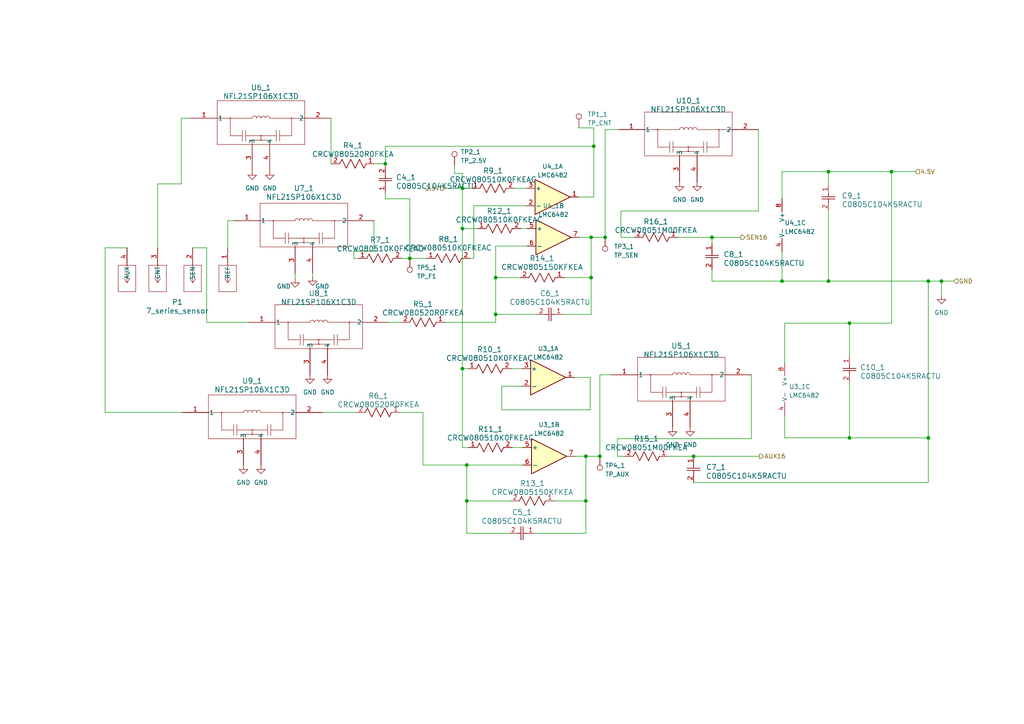
<source format=kicad_sch>
(kicad_sch (version 20230121) (generator eeschema)

  (uuid aa07fd73-13a4-4098-bad9-426d46897d4a)

  (paper "A4")

  (lib_symbols
    (symbol "2023-07-19_08-42-50:NFL21SP106X1C3D" (pin_names (offset 0.254)) (in_bom yes) (on_board yes)
      (property "Reference" "U" (at 20.32 10.16 0)
        (effects (font (size 1.524 1.524)))
      )
      (property "Value" "NFL21SP106X1C3D" (at 20.32 7.62 0)
        (effects (font (size 1.524 1.524)))
      )
      (property "Footprint" "GCAP_NFL21SP106X1C3D_MUR" (at 0 0 0)
        (effects (font (size 1.27 1.27) italic) hide)
      )
      (property "Datasheet" "NFL21SP106X1C3D" (at 0 0 0)
        (effects (font (size 1.27 1.27) italic) hide)
      )
      (property "ki_locked" "" (at 0 0 0)
        (effects (font (size 1.27 1.27)))
      )
      (property "ki_keywords" "NFL21SP106X1C3D" (at 0 0 0)
        (effects (font (size 1.27 1.27)) hide)
      )
      (property "ki_fp_filters" "GCAP_NFL21SP106X1C3D_MUR GCAP_NFL21SP106X1C3D_MUR-M GCAP_NFL21SP106X1C3D_MUR-L" (at 0 0 0)
        (effects (font (size 1.27 1.27)) hide)
      )
      (symbol "NFL21SP106X1C3D_0_1"
        (polyline
          (pts
            (xy 7.62 -7.62)
            (xy 33.02 -7.62)
          )
          (stroke (width 0.127) (type default))
          (fill (type none))
        )
        (polyline
          (pts
            (xy 7.62 0)
            (xy 17.78 0)
          )
          (stroke (width 0.127) (type default))
          (fill (type none))
        )
        (polyline
          (pts
            (xy 7.62 5.08)
            (xy 7.62 -7.62)
          )
          (stroke (width 0.127) (type default))
          (fill (type none))
        )
        (polyline
          (pts
            (xy 11.43 -5.08)
            (xy 14.9225 -5.08)
          )
          (stroke (width 0.127) (type default))
          (fill (type none))
        )
        (polyline
          (pts
            (xy 11.43 0)
            (xy 11.43 -5.08)
          )
          (stroke (width 0.127) (type default))
          (fill (type none))
        )
        (polyline
          (pts
            (xy 14.9225 -3.4925)
            (xy 14.9225 -6.6675)
          )
          (stroke (width 0.127) (type default))
          (fill (type none))
        )
        (polyline
          (pts
            (xy 15.875 -6.6675)
            (xy 15.875 -3.4925)
          )
          (stroke (width 0.127) (type default))
          (fill (type none))
        )
        (polyline
          (pts
            (xy 17.78 -6.35)
            (xy 17.78 -7.62)
          )
          (stroke (width 0.127) (type default))
          (fill (type none))
        )
        (polyline
          (pts
            (xy 17.78 -6.35)
            (xy 22.86 -6.35)
          )
          (stroke (width 0.127) (type default))
          (fill (type none))
        )
        (polyline
          (pts
            (xy 20.32 -6.35)
            (xy 20.32 -5.08)
          )
          (stroke (width 0.127) (type default))
          (fill (type none))
        )
        (polyline
          (pts
            (xy 22.86 -6.35)
            (xy 22.86 -7.62)
          )
          (stroke (width 0.127) (type default))
          (fill (type none))
        )
        (polyline
          (pts
            (xy 22.86 0)
            (xy 33.02 0)
          )
          (stroke (width 0.127) (type default))
          (fill (type none))
        )
        (polyline
          (pts
            (xy 24.765 -5.08)
            (xy 15.875 -5.08)
          )
          (stroke (width 0.127) (type default))
          (fill (type none))
        )
        (polyline
          (pts
            (xy 24.765 -3.4925)
            (xy 24.765 -6.6675)
          )
          (stroke (width 0.127) (type default))
          (fill (type none))
        )
        (polyline
          (pts
            (xy 25.7175 -5.08)
            (xy 29.21 -5.08)
          )
          (stroke (width 0.127) (type default))
          (fill (type none))
        )
        (polyline
          (pts
            (xy 25.7175 -3.4925)
            (xy 25.7175 -6.6675)
          )
          (stroke (width 0.127) (type default))
          (fill (type none))
        )
        (polyline
          (pts
            (xy 29.21 0)
            (xy 29.21 -5.08)
          )
          (stroke (width 0.127) (type default))
          (fill (type none))
        )
        (polyline
          (pts
            (xy 33.02 -7.62)
            (xy 33.02 5.08)
          )
          (stroke (width 0.127) (type default))
          (fill (type none))
        )
        (polyline
          (pts
            (xy 33.02 5.08)
            (xy 7.62 5.08)
          )
          (stroke (width 0.127) (type default))
          (fill (type none))
        )
        (circle (center 11.43 0) (radius 0.127)
          (stroke (width 0.127) (type default))
          (fill (type none))
        )
        (arc (start 19.05 0) (mid 18.415 0.6323) (end 17.78 0)
          (stroke (width 0.127) (type default))
          (fill (type none))
        )
        (circle (center 20.32 -6.35) (radius 0.127)
          (stroke (width 0.127) (type default))
          (fill (type none))
        )
        (circle (center 20.32 -5.08) (radius 0.127)
          (stroke (width 0.127) (type default))
          (fill (type none))
        )
        (arc (start 20.32 0) (mid 19.685 0.6323) (end 19.05 0)
          (stroke (width 0.127) (type default))
          (fill (type none))
        )
        (arc (start 21.59 0) (mid 20.955 0.6323) (end 20.32 0)
          (stroke (width 0.127) (type default))
          (fill (type none))
        )
        (arc (start 22.86 0) (mid 22.225 0.6323) (end 21.59 0)
          (stroke (width 0.127) (type default))
          (fill (type none))
        )
        (circle (center 29.21 0) (radius 0.127)
          (stroke (width 0.127) (type default))
          (fill (type none))
        )
        (pin unspecified line (at 0 0 0) (length 7.62)
          (name "1" (effects (font (size 1.27 1.27))))
          (number "1" (effects (font (size 1.27 1.27))))
        )
        (pin unspecified line (at 40.64 0 180) (length 7.62)
          (name "2" (effects (font (size 1.27 1.27))))
          (number "2" (effects (font (size 1.27 1.27))))
        )
        (pin unspecified line (at 17.78 -15.24 90) (length 7.62)
          (name "3" (effects (font (size 1.27 1.27))))
          (number "3" (effects (font (size 1.27 1.27))))
        )
        (pin unspecified line (at 22.86 -15.24 90) (length 7.62)
          (name "4" (effects (font (size 1.27 1.27))))
          (number "4" (effects (font (size 1.27 1.27))))
        )
      )
    )
    (symbol "7_series_sensor:7_series_sensor" (pin_names (offset 0.254)) (in_bom yes) (on_board yes)
      (property "Reference" "J" (at 8.89 6.35 0)
        (effects (font (size 1.524 1.524)))
      )
      (property "Value" "7_series_sensor" (at -2.54 6.35 0)
        (effects (font (size 1.524 1.524)))
      )
      (property "Footprint" "CONN_0331-0-15-15-18-14-10-0_MIM" (at 1.27 -5.08 0)
        (effects (font (size 1.27 1.27) italic) hide)
      )
      (property "Datasheet" "0331-0-15-15-18-14-10-0" (at 1.27 -2.54 0)
        (effects (font (size 1.27 1.27) italic) hide)
      )
      (property "ki_locked" "" (at 0 0 0)
        (effects (font (size 1.27 1.27)))
      )
      (property "ki_keywords" "0331-0-15-15-18-14-10-0" (at 0 0 0)
        (effects (font (size 1.27 1.27)) hide)
      )
      (property "ki_fp_filters" "CONN_0331-0-15-15-18-14-10-0_MIM" (at 0 0 0)
        (effects (font (size 1.27 1.27)) hide)
      )
      (symbol "7_series_sensor_1_1"
        (polyline
          (pts
            (xy -36.83 7.62)
            (xy -31.75 7.62)
          )
          (stroke (width 0.127) (type default))
          (fill (type none))
        )
        (polyline
          (pts
            (xy -36.83 15.24)
            (xy -36.83 7.62)
          )
          (stroke (width 0.127) (type default))
          (fill (type none))
        )
        (polyline
          (pts
            (xy -34.29 10.16)
            (xy -35.1367 11.43)
          )
          (stroke (width 0.127) (type default))
          (fill (type none))
        )
        (polyline
          (pts
            (xy -34.29 10.16)
            (xy -34.29 15.24)
          )
          (stroke (width 0.127) (type default))
          (fill (type none))
        )
        (polyline
          (pts
            (xy -34.29 10.16)
            (xy -33.4433 11.43)
          )
          (stroke (width 0.127) (type default))
          (fill (type none))
        )
        (polyline
          (pts
            (xy -31.75 7.62)
            (xy -31.75 15.24)
          )
          (stroke (width 0.127) (type default))
          (fill (type none))
        )
        (polyline
          (pts
            (xy -31.75 15.24)
            (xy -36.83 15.24)
          )
          (stroke (width 0.127) (type default))
          (fill (type none))
        )
        (polyline
          (pts
            (xy -27.94 7.62)
            (xy -22.86 7.62)
          )
          (stroke (width 0.127) (type default))
          (fill (type none))
        )
        (polyline
          (pts
            (xy -27.94 15.24)
            (xy -27.94 7.62)
          )
          (stroke (width 0.127) (type default))
          (fill (type none))
        )
        (polyline
          (pts
            (xy -25.4 10.16)
            (xy -26.2467 11.43)
          )
          (stroke (width 0.127) (type default))
          (fill (type none))
        )
        (polyline
          (pts
            (xy -25.4 10.16)
            (xy -25.4 15.24)
          )
          (stroke (width 0.127) (type default))
          (fill (type none))
        )
        (polyline
          (pts
            (xy -25.4 10.16)
            (xy -24.5533 11.43)
          )
          (stroke (width 0.127) (type default))
          (fill (type none))
        )
        (polyline
          (pts
            (xy -22.86 7.62)
            (xy -22.86 15.24)
          )
          (stroke (width 0.127) (type default))
          (fill (type none))
        )
        (polyline
          (pts
            (xy -22.86 15.24)
            (xy -27.94 15.24)
          )
          (stroke (width 0.127) (type default))
          (fill (type none))
        )
        (polyline
          (pts
            (xy -17.78 7.62)
            (xy -12.7 7.62)
          )
          (stroke (width 0.127) (type default))
          (fill (type none))
        )
        (polyline
          (pts
            (xy -17.78 15.24)
            (xy -17.78 7.62)
          )
          (stroke (width 0.127) (type default))
          (fill (type none))
        )
        (polyline
          (pts
            (xy -15.24 10.16)
            (xy -16.0867 11.43)
          )
          (stroke (width 0.127) (type default))
          (fill (type none))
        )
        (polyline
          (pts
            (xy -15.24 10.16)
            (xy -15.24 15.24)
          )
          (stroke (width 0.127) (type default))
          (fill (type none))
        )
        (polyline
          (pts
            (xy -15.24 10.16)
            (xy -14.3933 11.43)
          )
          (stroke (width 0.127) (type default))
          (fill (type none))
        )
        (polyline
          (pts
            (xy -12.7 7.62)
            (xy -12.7 15.24)
          )
          (stroke (width 0.127) (type default))
          (fill (type none))
        )
        (polyline
          (pts
            (xy -12.7 15.24)
            (xy -17.78 15.24)
          )
          (stroke (width 0.127) (type default))
          (fill (type none))
        )
        (polyline
          (pts
            (xy -7.62 7.62)
            (xy -2.54 7.62)
          )
          (stroke (width 0.127) (type default))
          (fill (type none))
        )
        (polyline
          (pts
            (xy -7.62 15.24)
            (xy -7.62 7.62)
          )
          (stroke (width 0.127) (type default))
          (fill (type none))
        )
        (polyline
          (pts
            (xy -5.08 10.16)
            (xy -5.9267 11.43)
          )
          (stroke (width 0.127) (type default))
          (fill (type none))
        )
        (polyline
          (pts
            (xy -5.08 10.16)
            (xy -5.08 15.24)
          )
          (stroke (width 0.127) (type default))
          (fill (type none))
        )
        (polyline
          (pts
            (xy -5.08 10.16)
            (xy -4.2333 11.43)
          )
          (stroke (width 0.127) (type default))
          (fill (type none))
        )
        (polyline
          (pts
            (xy -2.54 7.62)
            (xy -2.54 15.24)
          )
          (stroke (width 0.127) (type default))
          (fill (type none))
        )
        (polyline
          (pts
            (xy -2.54 15.24)
            (xy -7.62 15.24)
          )
          (stroke (width 0.127) (type default))
          (fill (type none))
        )
        (pin bidirectional line (at -5.08 20.32 270) (length 5.08)
          (name "REF" (effects (font (size 1.27 1.27))))
          (number "1" (effects (font (size 1.27 1.27))))
        )
        (pin bidirectional line (at -15.24 20.32 270) (length 5.08)
          (name "SEN" (effects (font (size 1.27 1.27))))
          (number "2" (effects (font (size 1.27 1.27))))
        )
        (pin bidirectional line (at -25.4 20.32 270) (length 5.08)
          (name "CNT" (effects (font (size 1.27 1.27))))
          (number "3" (effects (font (size 1.27 1.27))))
        )
        (pin bidirectional line (at -34.29 20.32 270) (length 5.08)
          (name "AUX" (effects (font (size 1.27 1.27))))
          (number "4" (effects (font (size 1.27 1.27))))
        )
      )
      (symbol "7_series_sensor_1_2"
        (polyline
          (pts
            (xy 5.08 -2.54)
            (xy 12.7 -2.54)
          )
          (stroke (width 0.127) (type default))
          (fill (type none))
        )
        (polyline
          (pts
            (xy 5.08 2.54)
            (xy 5.08 -2.54)
          )
          (stroke (width 0.127) (type default))
          (fill (type none))
        )
        (polyline
          (pts
            (xy 7.62 0)
            (xy 5.08 0)
          )
          (stroke (width 0.127) (type default))
          (fill (type none))
        )
        (polyline
          (pts
            (xy 7.62 0)
            (xy 8.89 -0.8467)
          )
          (stroke (width 0.127) (type default))
          (fill (type none))
        )
        (polyline
          (pts
            (xy 7.62 0)
            (xy 8.89 0.8467)
          )
          (stroke (width 0.127) (type default))
          (fill (type none))
        )
        (polyline
          (pts
            (xy 12.7 -2.54)
            (xy 12.7 2.54)
          )
          (stroke (width 0.127) (type default))
          (fill (type none))
        )
        (polyline
          (pts
            (xy 12.7 2.54)
            (xy 5.08 2.54)
          )
          (stroke (width 0.127) (type default))
          (fill (type none))
        )
        (pin unspecified line (at 0 0 0) (length 5.08)
          (name "1" (effects (font (size 1.27 1.27))))
          (number "1" (effects (font (size 1.27 1.27))))
        )
      )
    )
    (symbol "Amplifier_Operational:LMC6482" (pin_names (offset 0.127)) (in_bom yes) (on_board yes)
      (property "Reference" "U" (at 0 5.08 0)
        (effects (font (size 1.27 1.27)) (justify left))
      )
      (property "Value" "LMC6482" (at 0 -5.08 0)
        (effects (font (size 1.27 1.27)) (justify left))
      )
      (property "Footprint" "" (at 0 0 0)
        (effects (font (size 1.27 1.27)) hide)
      )
      (property "Datasheet" "http://www.ti.com/lit/ds/symlink/lmc6482.pdf" (at 0 0 0)
        (effects (font (size 1.27 1.27)) hide)
      )
      (property "ki_locked" "" (at 0 0 0)
        (effects (font (size 1.27 1.27)))
      )
      (property "ki_keywords" "dual opamp" (at 0 0 0)
        (effects (font (size 1.27 1.27)) hide)
      )
      (property "ki_description" "Dual CMOS Rail-to-Rail Input and Output Operational Amplifier, DIP-8/SOIC-8, SSOP-8" (at 0 0 0)
        (effects (font (size 1.27 1.27)) hide)
      )
      (property "ki_fp_filters" "SOIC*3.9x4.9mm*P1.27mm* DIP*W7.62mm* TO*99* OnSemi*Micro8* TSSOP*3x3mm*P0.65mm* TSSOP*4.4x3mm*P0.65mm* MSOP*3x3mm*P0.65mm* SSOP*3.9x4.9mm*P0.635mm* LFCSP*2x2mm*P0.5mm* *SIP* SOIC*5.3x6.2mm*P1.27mm*" (at 0 0 0)
        (effects (font (size 1.27 1.27)) hide)
      )
      (symbol "LMC6482_1_1"
        (polyline
          (pts
            (xy -5.08 5.08)
            (xy 5.08 0)
            (xy -5.08 -5.08)
            (xy -5.08 5.08)
          )
          (stroke (width 0.254) (type default))
          (fill (type background))
        )
        (pin output line (at 7.62 0 180) (length 2.54)
          (name "~" (effects (font (size 1.27 1.27))))
          (number "1" (effects (font (size 1.27 1.27))))
        )
        (pin input line (at -7.62 -2.54 0) (length 2.54)
          (name "-" (effects (font (size 1.27 1.27))))
          (number "2" (effects (font (size 1.27 1.27))))
        )
        (pin input line (at -7.62 2.54 0) (length 2.54)
          (name "+" (effects (font (size 1.27 1.27))))
          (number "3" (effects (font (size 1.27 1.27))))
        )
      )
      (symbol "LMC6482_2_1"
        (polyline
          (pts
            (xy -5.08 5.08)
            (xy 5.08 0)
            (xy -5.08 -5.08)
            (xy -5.08 5.08)
          )
          (stroke (width 0.254) (type default))
          (fill (type background))
        )
        (pin input line (at -7.62 2.54 0) (length 2.54)
          (name "+" (effects (font (size 1.27 1.27))))
          (number "5" (effects (font (size 1.27 1.27))))
        )
        (pin input line (at -7.62 -2.54 0) (length 2.54)
          (name "-" (effects (font (size 1.27 1.27))))
          (number "6" (effects (font (size 1.27 1.27))))
        )
        (pin output line (at 7.62 0 180) (length 2.54)
          (name "~" (effects (font (size 1.27 1.27))))
          (number "7" (effects (font (size 1.27 1.27))))
        )
      )
      (symbol "LMC6482_3_1"
        (pin power_in line (at -2.54 -7.62 90) (length 3.81)
          (name "V-" (effects (font (size 1.27 1.27))))
          (number "4" (effects (font (size 1.27 1.27))))
        )
        (pin power_in line (at -2.54 7.62 270) (length 3.81)
          (name "V+" (effects (font (size 1.27 1.27))))
          (number "8" (effects (font (size 1.27 1.27))))
        )
      )
    )
    (symbol "Connector:TestPoint" (pin_numbers hide) (pin_names (offset 0.762) hide) (in_bom yes) (on_board yes)
      (property "Reference" "TP" (at 0 6.858 0)
        (effects (font (size 1.27 1.27)))
      )
      (property "Value" "TestPoint" (at 0 5.08 0)
        (effects (font (size 1.27 1.27)))
      )
      (property "Footprint" "" (at 5.08 0 0)
        (effects (font (size 1.27 1.27)) hide)
      )
      (property "Datasheet" "~" (at 5.08 0 0)
        (effects (font (size 1.27 1.27)) hide)
      )
      (property "ki_keywords" "test point tp" (at 0 0 0)
        (effects (font (size 1.27 1.27)) hide)
      )
      (property "ki_description" "test point" (at 0 0 0)
        (effects (font (size 1.27 1.27)) hide)
      )
      (property "ki_fp_filters" "Pin* Test*" (at 0 0 0)
        (effects (font (size 1.27 1.27)) hide)
      )
      (symbol "TestPoint_0_1"
        (circle (center 0 3.302) (radius 0.762)
          (stroke (width 0) (type default))
          (fill (type none))
        )
      )
      (symbol "TestPoint_1_1"
        (pin passive line (at 0 0 90) (length 2.54)
          (name "1" (effects (font (size 1.27 1.27))))
          (number "1" (effects (font (size 1.27 1.27))))
        )
      )
    )
    (symbol "Vishay_10k:CRCW080510K0FKEAC" (pin_names (offset 0.254)) (in_bom yes) (on_board yes)
      (property "Reference" "R" (at 5.715 3.81 0)
        (effects (font (size 1.524 1.524)))
      )
      (property "Value" "CRCW080510K0FKEAC" (at 6.35 -3.81 0)
        (effects (font (size 1.524 1.524)))
      )
      (property "Footprint" "RES_CRCW_0805_VIS" (at 0 0 0)
        (effects (font (size 1.27 1.27) italic) hide)
      )
      (property "Datasheet" "CRCW080510K0FKEAC" (at 0 0 0)
        (effects (font (size 1.27 1.27) italic) hide)
      )
      (property "ki_locked" "" (at 0 0 0)
        (effects (font (size 1.27 1.27)))
      )
      (property "ki_keywords" "CRCW080510K0FKEAC" (at 0 0 0)
        (effects (font (size 1.27 1.27)) hide)
      )
      (property "ki_fp_filters" "RES_CRCW_0805_VIS RES_CRCW_0805_VIS-M RES_CRCW_0805_VIS-L" (at 0 0 0)
        (effects (font (size 1.27 1.27)) hide)
      )
      (symbol "CRCW080510K0FKEAC_1_1"
        (polyline
          (pts
            (xy 2.54 0)
            (xy 3.175 1.27)
          )
          (stroke (width 0.2032) (type default))
          (fill (type none))
        )
        (polyline
          (pts
            (xy 3.175 1.27)
            (xy 4.445 -1.27)
          )
          (stroke (width 0.2032) (type default))
          (fill (type none))
        )
        (polyline
          (pts
            (xy 4.445 -1.27)
            (xy 5.715 1.27)
          )
          (stroke (width 0.2032) (type default))
          (fill (type none))
        )
        (polyline
          (pts
            (xy 5.715 1.27)
            (xy 6.985 -1.27)
          )
          (stroke (width 0.2032) (type default))
          (fill (type none))
        )
        (polyline
          (pts
            (xy 6.985 -1.27)
            (xy 8.255 1.27)
          )
          (stroke (width 0.2032) (type default))
          (fill (type none))
        )
        (polyline
          (pts
            (xy 8.255 1.27)
            (xy 9.525 -1.27)
          )
          (stroke (width 0.2032) (type default))
          (fill (type none))
        )
        (polyline
          (pts
            (xy 9.525 -1.27)
            (xy 10.16 0)
          )
          (stroke (width 0.2032) (type default))
          (fill (type none))
        )
        (pin unspecified line (at 0 0 0) (length 2.54)
          (name "" (effects (font (size 1.27 1.27))))
          (number "1" (effects (font (size 1.27 1.27))))
        )
        (pin unspecified line (at 12.7 0 180) (length 2.54)
          (name "" (effects (font (size 1.27 1.27))))
          (number "2" (effects (font (size 1.27 1.27))))
        )
      )
      (symbol "CRCW080510K0FKEAC_1_2"
        (polyline
          (pts
            (xy -1.27 3.175)
            (xy 1.27 4.445)
          )
          (stroke (width 0.2032) (type default))
          (fill (type none))
        )
        (polyline
          (pts
            (xy -1.27 5.715)
            (xy 1.27 6.985)
          )
          (stroke (width 0.2032) (type default))
          (fill (type none))
        )
        (polyline
          (pts
            (xy -1.27 8.255)
            (xy 1.27 9.525)
          )
          (stroke (width 0.2032) (type default))
          (fill (type none))
        )
        (polyline
          (pts
            (xy 0 2.54)
            (xy -1.27 3.175)
          )
          (stroke (width 0.2032) (type default))
          (fill (type none))
        )
        (polyline
          (pts
            (xy 1.27 4.445)
            (xy -1.27 5.715)
          )
          (stroke (width 0.2032) (type default))
          (fill (type none))
        )
        (polyline
          (pts
            (xy 1.27 6.985)
            (xy -1.27 8.255)
          )
          (stroke (width 0.2032) (type default))
          (fill (type none))
        )
        (polyline
          (pts
            (xy 1.27 9.525)
            (xy 0 10.16)
          )
          (stroke (width 0.2032) (type default))
          (fill (type none))
        )
        (pin unspecified line (at 0 12.7 270) (length 2.54)
          (name "" (effects (font (size 1.27 1.27))))
          (number "1" (effects (font (size 1.27 1.27))))
        )
        (pin unspecified line (at 0 0 90) (length 2.54)
          (name "" (effects (font (size 1.27 1.27))))
          (number "2" (effects (font (size 1.27 1.27))))
        )
      )
    )
    (symbol "Vishay_150k:CRCW0805150KFKEA" (pin_names (offset 0.254)) (in_bom yes) (on_board yes)
      (property "Reference" "R" (at 5.715 3.81 0)
        (effects (font (size 1.524 1.524)))
      )
      (property "Value" "CRCW0805150KFKEA" (at 6.35 -3.81 0)
        (effects (font (size 1.524 1.524)))
      )
      (property "Footprint" "RC0805N_VIS" (at 0 0 0)
        (effects (font (size 1.27 1.27) italic) hide)
      )
      (property "Datasheet" "CRCW0805150KFKEA" (at 0 0 0)
        (effects (font (size 1.27 1.27) italic) hide)
      )
      (property "ki_locked" "" (at 0 0 0)
        (effects (font (size 1.27 1.27)))
      )
      (property "ki_keywords" "CRCW0805150KFKEA" (at 0 0 0)
        (effects (font (size 1.27 1.27)) hide)
      )
      (property "ki_fp_filters" "RC0805N_VIS RC0805N_VIS-M RC0805N_VIS-L" (at 0 0 0)
        (effects (font (size 1.27 1.27)) hide)
      )
      (symbol "CRCW0805150KFKEA_1_1"
        (polyline
          (pts
            (xy 2.54 0)
            (xy 3.175 1.27)
          )
          (stroke (width 0.2032) (type default))
          (fill (type none))
        )
        (polyline
          (pts
            (xy 3.175 1.27)
            (xy 4.445 -1.27)
          )
          (stroke (width 0.2032) (type default))
          (fill (type none))
        )
        (polyline
          (pts
            (xy 4.445 -1.27)
            (xy 5.715 1.27)
          )
          (stroke (width 0.2032) (type default))
          (fill (type none))
        )
        (polyline
          (pts
            (xy 5.715 1.27)
            (xy 6.985 -1.27)
          )
          (stroke (width 0.2032) (type default))
          (fill (type none))
        )
        (polyline
          (pts
            (xy 6.985 -1.27)
            (xy 8.255 1.27)
          )
          (stroke (width 0.2032) (type default))
          (fill (type none))
        )
        (polyline
          (pts
            (xy 8.255 1.27)
            (xy 9.525 -1.27)
          )
          (stroke (width 0.2032) (type default))
          (fill (type none))
        )
        (polyline
          (pts
            (xy 9.525 -1.27)
            (xy 10.16 0)
          )
          (stroke (width 0.2032) (type default))
          (fill (type none))
        )
        (pin unspecified line (at 12.7 0 180) (length 2.54)
          (name "" (effects (font (size 1.27 1.27))))
          (number "1" (effects (font (size 1.27 1.27))))
        )
        (pin unspecified line (at 0 0 0) (length 2.54)
          (name "" (effects (font (size 1.27 1.27))))
          (number "2" (effects (font (size 1.27 1.27))))
        )
      )
      (symbol "CRCW0805150KFKEA_1_2"
        (polyline
          (pts
            (xy -1.27 3.175)
            (xy 1.27 4.445)
          )
          (stroke (width 0.2032) (type default))
          (fill (type none))
        )
        (polyline
          (pts
            (xy -1.27 5.715)
            (xy 1.27 6.985)
          )
          (stroke (width 0.2032) (type default))
          (fill (type none))
        )
        (polyline
          (pts
            (xy -1.27 8.255)
            (xy 1.27 9.525)
          )
          (stroke (width 0.2032) (type default))
          (fill (type none))
        )
        (polyline
          (pts
            (xy 0 2.54)
            (xy -1.27 3.175)
          )
          (stroke (width 0.2032) (type default))
          (fill (type none))
        )
        (polyline
          (pts
            (xy 1.27 4.445)
            (xy -1.27 5.715)
          )
          (stroke (width 0.2032) (type default))
          (fill (type none))
        )
        (polyline
          (pts
            (xy 1.27 6.985)
            (xy -1.27 8.255)
          )
          (stroke (width 0.2032) (type default))
          (fill (type none))
        )
        (polyline
          (pts
            (xy 1.27 9.525)
            (xy 0 10.16)
          )
          (stroke (width 0.2032) (type default))
          (fill (type none))
        )
        (pin unspecified line (at 0 12.7 270) (length 2.54)
          (name "" (effects (font (size 1.27 1.27))))
          (number "1" (effects (font (size 1.27 1.27))))
        )
        (pin unspecified line (at 0 0 90) (length 2.54)
          (name "" (effects (font (size 1.27 1.27))))
          (number "2" (effects (font (size 1.27 1.27))))
        )
      )
    )
    (symbol "Vishay_1M:CRCW08051M00FKEA" (pin_names (offset 0.254)) (in_bom yes) (on_board yes)
      (property "Reference" "R" (at 5.715 3.81 0)
        (effects (font (size 1.524 1.524)))
      )
      (property "Value" "CRCW08051M00FKEA" (at 6.35 -3.81 0)
        (effects (font (size 1.524 1.524)))
      )
      (property "Footprint" "RES_CRCW_0805" (at 0 0 0)
        (effects (font (size 1.27 1.27) italic) hide)
      )
      (property "Datasheet" "CRCW08051M00FKEA" (at 0 0 0)
        (effects (font (size 1.27 1.27) italic) hide)
      )
      (property "ki_locked" "" (at 0 0 0)
        (effects (font (size 1.27 1.27)))
      )
      (property "ki_keywords" "CRCW08051M00FKEA" (at 0 0 0)
        (effects (font (size 1.27 1.27)) hide)
      )
      (property "ki_fp_filters" "RES_CRCW_0805 RES_CRCW_0805-M RES_CRCW_0805-L" (at 0 0 0)
        (effects (font (size 1.27 1.27)) hide)
      )
      (symbol "CRCW08051M00FKEA_1_1"
        (polyline
          (pts
            (xy 2.54 0)
            (xy 3.175 1.27)
          )
          (stroke (width 0.2032) (type default))
          (fill (type none))
        )
        (polyline
          (pts
            (xy 3.175 1.27)
            (xy 4.445 -1.27)
          )
          (stroke (width 0.2032) (type default))
          (fill (type none))
        )
        (polyline
          (pts
            (xy 4.445 -1.27)
            (xy 5.715 1.27)
          )
          (stroke (width 0.2032) (type default))
          (fill (type none))
        )
        (polyline
          (pts
            (xy 5.715 1.27)
            (xy 6.985 -1.27)
          )
          (stroke (width 0.2032) (type default))
          (fill (type none))
        )
        (polyline
          (pts
            (xy 6.985 -1.27)
            (xy 8.255 1.27)
          )
          (stroke (width 0.2032) (type default))
          (fill (type none))
        )
        (polyline
          (pts
            (xy 8.255 1.27)
            (xy 9.525 -1.27)
          )
          (stroke (width 0.2032) (type default))
          (fill (type none))
        )
        (polyline
          (pts
            (xy 9.525 -1.27)
            (xy 10.16 0)
          )
          (stroke (width 0.2032) (type default))
          (fill (type none))
        )
        (pin unspecified line (at 12.7 0 180) (length 2.54)
          (name "" (effects (font (size 1.27 1.27))))
          (number "1" (effects (font (size 1.27 1.27))))
        )
        (pin unspecified line (at 0 0 0) (length 2.54)
          (name "" (effects (font (size 1.27 1.27))))
          (number "2" (effects (font (size 1.27 1.27))))
        )
      )
      (symbol "CRCW08051M00FKEA_1_2"
        (polyline
          (pts
            (xy -1.27 3.175)
            (xy 1.27 4.445)
          )
          (stroke (width 0.2032) (type default))
          (fill (type none))
        )
        (polyline
          (pts
            (xy -1.27 5.715)
            (xy 1.27 6.985)
          )
          (stroke (width 0.2032) (type default))
          (fill (type none))
        )
        (polyline
          (pts
            (xy -1.27 8.255)
            (xy 1.27 9.525)
          )
          (stroke (width 0.2032) (type default))
          (fill (type none))
        )
        (polyline
          (pts
            (xy 0 2.54)
            (xy -1.27 3.175)
          )
          (stroke (width 0.2032) (type default))
          (fill (type none))
        )
        (polyline
          (pts
            (xy 1.27 4.445)
            (xy -1.27 5.715)
          )
          (stroke (width 0.2032) (type default))
          (fill (type none))
        )
        (polyline
          (pts
            (xy 1.27 6.985)
            (xy -1.27 8.255)
          )
          (stroke (width 0.2032) (type default))
          (fill (type none))
        )
        (polyline
          (pts
            (xy 1.27 9.525)
            (xy 0 10.16)
          )
          (stroke (width 0.2032) (type default))
          (fill (type none))
        )
        (pin unspecified line (at 0 12.7 270) (length 2.54)
          (name "" (effects (font (size 1.27 1.27))))
          (number "1" (effects (font (size 1.27 1.27))))
        )
        (pin unspecified line (at 0 0 90) (length 2.54)
          (name "" (effects (font (size 1.27 1.27))))
          (number "2" (effects (font (size 1.27 1.27))))
        )
      )
    )
    (symbol "Vishay_20R:CRCW080520R0FKEA" (pin_names (offset 0.254)) (in_bom yes) (on_board yes)
      (property "Reference" "R" (at 5.715 3.81 0)
        (effects (font (size 1.524 1.524)))
      )
      (property "Value" "CRCW080520R0FKEA" (at 6.35 -3.81 0)
        (effects (font (size 1.524 1.524)))
      )
      (property "Footprint" "RC0805N_VIS" (at 0 0 0)
        (effects (font (size 1.27 1.27) italic) hide)
      )
      (property "Datasheet" "CRCW080520R0FKEA" (at 0 0 0)
        (effects (font (size 1.27 1.27) italic) hide)
      )
      (property "ki_locked" "" (at 0 0 0)
        (effects (font (size 1.27 1.27)))
      )
      (property "ki_keywords" "CRCW080520R0FKEA" (at 0 0 0)
        (effects (font (size 1.27 1.27)) hide)
      )
      (property "ki_fp_filters" "RC0805N_VIS RC0805N_VIS-M RC0805N_VIS-L" (at 0 0 0)
        (effects (font (size 1.27 1.27)) hide)
      )
      (symbol "CRCW080520R0FKEA_1_1"
        (polyline
          (pts
            (xy 2.54 0)
            (xy 3.175 1.27)
          )
          (stroke (width 0.2032) (type default))
          (fill (type none))
        )
        (polyline
          (pts
            (xy 3.175 1.27)
            (xy 4.445 -1.27)
          )
          (stroke (width 0.2032) (type default))
          (fill (type none))
        )
        (polyline
          (pts
            (xy 4.445 -1.27)
            (xy 5.715 1.27)
          )
          (stroke (width 0.2032) (type default))
          (fill (type none))
        )
        (polyline
          (pts
            (xy 5.715 1.27)
            (xy 6.985 -1.27)
          )
          (stroke (width 0.2032) (type default))
          (fill (type none))
        )
        (polyline
          (pts
            (xy 6.985 -1.27)
            (xy 8.255 1.27)
          )
          (stroke (width 0.2032) (type default))
          (fill (type none))
        )
        (polyline
          (pts
            (xy 8.255 1.27)
            (xy 9.525 -1.27)
          )
          (stroke (width 0.2032) (type default))
          (fill (type none))
        )
        (polyline
          (pts
            (xy 9.525 -1.27)
            (xy 10.16 0)
          )
          (stroke (width 0.2032) (type default))
          (fill (type none))
        )
        (pin unspecified line (at 12.7 0 180) (length 2.54)
          (name "" (effects (font (size 1.27 1.27))))
          (number "1" (effects (font (size 1.27 1.27))))
        )
        (pin unspecified line (at 0 0 0) (length 2.54)
          (name "" (effects (font (size 1.27 1.27))))
          (number "2" (effects (font (size 1.27 1.27))))
        )
      )
      (symbol "CRCW080520R0FKEA_1_2"
        (polyline
          (pts
            (xy -1.27 3.175)
            (xy 1.27 4.445)
          )
          (stroke (width 0.2032) (type default))
          (fill (type none))
        )
        (polyline
          (pts
            (xy -1.27 5.715)
            (xy 1.27 6.985)
          )
          (stroke (width 0.2032) (type default))
          (fill (type none))
        )
        (polyline
          (pts
            (xy -1.27 8.255)
            (xy 1.27 9.525)
          )
          (stroke (width 0.2032) (type default))
          (fill (type none))
        )
        (polyline
          (pts
            (xy 0 2.54)
            (xy -1.27 3.175)
          )
          (stroke (width 0.2032) (type default))
          (fill (type none))
        )
        (polyline
          (pts
            (xy 1.27 4.445)
            (xy -1.27 5.715)
          )
          (stroke (width 0.2032) (type default))
          (fill (type none))
        )
        (polyline
          (pts
            (xy 1.27 6.985)
            (xy -1.27 8.255)
          )
          (stroke (width 0.2032) (type default))
          (fill (type none))
        )
        (polyline
          (pts
            (xy 1.27 9.525)
            (xy 0 10.16)
          )
          (stroke (width 0.2032) (type default))
          (fill (type none))
        )
        (pin unspecified line (at 0 12.7 270) (length 2.54)
          (name "" (effects (font (size 1.27 1.27))))
          (number "1" (effects (font (size 1.27 1.27))))
        )
        (pin unspecified line (at 0 0 90) (length 2.54)
          (name "" (effects (font (size 1.27 1.27))))
          (number "2" (effects (font (size 1.27 1.27))))
        )
      )
    )
    (symbol "kemet_0.1uf:C0805C104K5RACTU" (pin_names (offset 0.254)) (in_bom yes) (on_board yes)
      (property "Reference" "C" (at 3.81 3.81 0)
        (effects (font (size 1.524 1.524)))
      )
      (property "Value" "C0805C104K5RACTU" (at 3.81 -3.81 0)
        (effects (font (size 1.524 1.524)))
      )
      (property "Footprint" "CAPC220145_88N_KEM" (at 0 0 0)
        (effects (font (size 1.27 1.27) italic) hide)
      )
      (property "Datasheet" "C0805C104K5RACTU" (at 0 0 0)
        (effects (font (size 1.27 1.27) italic) hide)
      )
      (property "ki_locked" "" (at 0 0 0)
        (effects (font (size 1.27 1.27)))
      )
      (property "ki_keywords" "C0805C104K5RACTU" (at 0 0 0)
        (effects (font (size 1.27 1.27)) hide)
      )
      (property "ki_fp_filters" "CAPC220145_88N_KEM CAPC220145_88N_KEM-M CAPC220145_88N_KEM-L" (at 0 0 0)
        (effects (font (size 1.27 1.27)) hide)
      )
      (symbol "C0805C104K5RACTU_1_1"
        (polyline
          (pts
            (xy 2.54 0)
            (xy 3.4798 0)
          )
          (stroke (width 0.2032) (type default))
          (fill (type none))
        )
        (polyline
          (pts
            (xy 3.4798 -1.905)
            (xy 3.4798 1.905)
          )
          (stroke (width 0.2032) (type default))
          (fill (type none))
        )
        (polyline
          (pts
            (xy 4.1148 -1.905)
            (xy 4.1148 1.905)
          )
          (stroke (width 0.2032) (type default))
          (fill (type none))
        )
        (polyline
          (pts
            (xy 4.1148 0)
            (xy 5.08 0)
          )
          (stroke (width 0.2032) (type default))
          (fill (type none))
        )
        (pin unspecified line (at 0 0 0) (length 2.54)
          (name "" (effects (font (size 1.27 1.27))))
          (number "1" (effects (font (size 1.27 1.27))))
        )
        (pin unspecified line (at 7.62 0 180) (length 2.54)
          (name "" (effects (font (size 1.27 1.27))))
          (number "2" (effects (font (size 1.27 1.27))))
        )
      )
      (symbol "C0805C104K5RACTU_1_2"
        (polyline
          (pts
            (xy -1.905 -4.1148)
            (xy 1.905 -4.1148)
          )
          (stroke (width 0.2032) (type default))
          (fill (type none))
        )
        (polyline
          (pts
            (xy -1.905 -3.4798)
            (xy 1.905 -3.4798)
          )
          (stroke (width 0.2032) (type default))
          (fill (type none))
        )
        (polyline
          (pts
            (xy 0 -4.1148)
            (xy 0 -5.08)
          )
          (stroke (width 0.2032) (type default))
          (fill (type none))
        )
        (polyline
          (pts
            (xy 0 -2.54)
            (xy 0 -3.4798)
          )
          (stroke (width 0.2032) (type default))
          (fill (type none))
        )
        (pin unspecified line (at 0 0 270) (length 2.54)
          (name "" (effects (font (size 1.27 1.27))))
          (number "1" (effects (font (size 1.27 1.27))))
        )
        (pin unspecified line (at 0 -7.62 90) (length 2.54)
          (name "" (effects (font (size 1.27 1.27))))
          (number "2" (effects (font (size 1.27 1.27))))
        )
      )
    )
    (symbol "power:GND" (power) (pin_names (offset 0)) (in_bom yes) (on_board yes)
      (property "Reference" "#PWR" (at 0 -6.35 0)
        (effects (font (size 1.27 1.27)) hide)
      )
      (property "Value" "GND" (at 0 -3.81 0)
        (effects (font (size 1.27 1.27)))
      )
      (property "Footprint" "" (at 0 0 0)
        (effects (font (size 1.27 1.27)) hide)
      )
      (property "Datasheet" "" (at 0 0 0)
        (effects (font (size 1.27 1.27)) hide)
      )
      (property "ki_keywords" "global power" (at 0 0 0)
        (effects (font (size 1.27 1.27)) hide)
      )
      (property "ki_description" "Power symbol creates a global label with name \"GND\" , ground" (at 0 0 0)
        (effects (font (size 1.27 1.27)) hide)
      )
      (symbol "GND_0_1"
        (polyline
          (pts
            (xy 0 0)
            (xy 0 -1.27)
            (xy 1.27 -1.27)
            (xy 0 -2.54)
            (xy -1.27 -1.27)
            (xy 0 -1.27)
          )
          (stroke (width 0) (type default))
          (fill (type none))
        )
      )
      (symbol "GND_1_1"
        (pin power_in line (at 0 0 270) (length 0) hide
          (name "GND" (effects (font (size 1.27 1.27))))
          (number "1" (effects (font (size 1.27 1.27))))
        )
      )
    )
  )

  (junction (at 135.382 134.874) (diameter 0) (color 0 0 0 0)
    (uuid 0dba9cf9-8f1d-4a78-82ee-bce92601b294)
  )
  (junction (at 135.382 145.288) (diameter 0) (color 0 0 0 0)
    (uuid 105e09b6-693f-4e41-b043-b93818eeba11)
  )
  (junction (at 173.99 132.334) (diameter 0) (color 0 0 0 0)
    (uuid 1efe689c-3d28-47a9-8ab6-f70fd7bf0f99)
  )
  (junction (at 240.284 81.534) (diameter 0) (color 0 0 0 0)
    (uuid 2ac5ff18-012d-4a43-bb94-ecc63c2d3b9d)
  )
  (junction (at 269.24 127) (diameter 0) (color 0 0 0 0)
    (uuid 2b4f1264-594a-41a0-af40-01e0b5a2bb26)
  )
  (junction (at 169.926 132.334) (diameter 0) (color 0 0 0 0)
    (uuid 2cd92076-1a60-46ed-8bc9-1282c9a19f27)
  )
  (junction (at 172.212 42.418) (diameter 0) (color 0 0 0 0)
    (uuid 33f9d599-f7f4-4086-a16c-2e66c90e18a3)
  )
  (junction (at 169.926 145.288) (diameter 0) (color 0 0 0 0)
    (uuid 4c7211c4-9d59-4db4-8b85-f84416e5c465)
  )
  (junction (at 134.112 54.61) (diameter 0) (color 0 0 0 0)
    (uuid 4f64955c-e965-4851-84e7-293aab0f3721)
  )
  (junction (at 273.05 81.534) (diameter 0) (color 0 0 0 0)
    (uuid 5614b835-3086-4706-afee-9a301f5384fe)
  )
  (junction (at 134.112 106.934) (diameter 0) (color 0 0 0 0)
    (uuid 649cf995-63c0-4ac2-b4db-34873ae8ca30)
  )
  (junction (at 134.112 66.294) (diameter 0) (color 0 0 0 0)
    (uuid 81702062-c596-4517-9cc3-ea341265c97e)
  )
  (junction (at 246.38 127) (diameter 0) (color 0 0 0 0)
    (uuid 84675a64-fa21-4a35-ad88-79a1499a0329)
  )
  (junction (at 269.24 81.534) (diameter 0) (color 0 0 0 0)
    (uuid 896d5c18-2814-4b9a-b3da-d34f704e26c5)
  )
  (junction (at 171.45 68.834) (diameter 0) (color 0 0 0 0)
    (uuid 90ff6a8f-519c-49fe-a1cf-f48b8f7c1e9c)
  )
  (junction (at 175.514 68.834) (diameter 0) (color 0 0 0 0)
    (uuid a6c9e33a-0c5c-4888-9843-30610df7e34b)
  )
  (junction (at 111.76 47.498) (diameter 0) (color 0 0 0 0)
    (uuid b0c97469-7707-4355-89f8-a3f8773c3d61)
  )
  (junction (at 201.168 132.334) (diameter 0) (color 0 0 0 0)
    (uuid b2d4d11d-001c-40a8-a765-e087d6a05091)
  )
  (junction (at 258.572 49.784) (diameter 0) (color 0 0 0 0)
    (uuid b58c9a57-cfae-4b87-b7c5-f3b17ca5624a)
  )
  (junction (at 246.38 93.726) (diameter 0) (color 0 0 0 0)
    (uuid b7d1fd80-253a-4e98-99d5-6e7f716e06cc)
  )
  (junction (at 143.764 80.518) (diameter 0) (color 0 0 0 0)
    (uuid b8384cc4-ab7a-4113-afd5-e0934921a339)
  )
  (junction (at 143.764 91.186) (diameter 0) (color 0 0 0 0)
    (uuid c0eefd3e-dab3-4f03-9602-c3cfac72d591)
  )
  (junction (at 206.502 68.834) (diameter 0) (color 0 0 0 0)
    (uuid cb0c8fc1-957c-4ee8-9409-e7bde5682e60)
  )
  (junction (at 118.872 74.93) (diameter 0) (color 0 0 0 0)
    (uuid e655cfcc-127b-49d0-8d40-a0658293bcb4)
  )
  (junction (at 226.822 81.534) (diameter 0) (color 0 0 0 0)
    (uuid e89c65d6-0696-4d58-a26a-19039197857c)
  )
  (junction (at 171.45 80.518) (diameter 0) (color 0 0 0 0)
    (uuid f2f7b056-6930-4c1e-a8e8-cf47f3244bac)
  )
  (junction (at 240.284 49.784) (diameter 0) (color 0 0 0 0)
    (uuid f601f673-587e-4ca1-828b-bda63d56950b)
  )

  (wire (pts (xy 116.078 119.634) (xy 122.682 119.634))
    (stroke (width 0) (type default))
    (uuid 004cdccb-d98b-4f76-b3d7-7a7e93e76f6f)
  )
  (wire (pts (xy 273.05 85.598) (xy 273.05 81.534))
    (stroke (width 0) (type default))
    (uuid 010d0dcf-beda-4367-b495-e399e8aec37c)
  )
  (wire (pts (xy 137.414 59.69) (xy 137.414 74.93))
    (stroke (width 0) (type default))
    (uuid 02b636d9-f649-41ad-836c-87258c6b6d6d)
  )
  (wire (pts (xy 66.04 64.008) (xy 67.818 64.008))
    (stroke (width 0) (type default))
    (uuid 02e5a676-b3c0-415b-9356-fcd8e555bf2e)
  )
  (wire (pts (xy 118.872 74.93) (xy 123.698 74.93))
    (stroke (width 0) (type default))
    (uuid 082c30aa-6edf-4347-a485-ff24d2b83fc0)
  )
  (wire (pts (xy 201.168 139.954) (xy 269.24 139.954))
    (stroke (width 0) (type default))
    (uuid 082fa21d-d320-4106-928c-3c3f5b070611)
  )
  (wire (pts (xy 45.72 53.34) (xy 52.578 53.34))
    (stroke (width 0) (type default))
    (uuid 09c642a2-51ed-4409-a08a-9c23d5814e99)
  )
  (wire (pts (xy 240.284 49.784) (xy 226.822 49.784))
    (stroke (width 0) (type default))
    (uuid 10cd36c7-779a-4106-994b-f776b7b0c6de)
  )
  (wire (pts (xy 160.782 145.288) (xy 169.926 145.288))
    (stroke (width 0) (type default))
    (uuid 13939c02-bef3-4e7b-8c51-72c852b49396)
  )
  (wire (pts (xy 45.72 71.882) (xy 45.72 53.34))
    (stroke (width 0) (type default))
    (uuid 159a4c2b-0216-4a92-ae46-10da5ffb70c4)
  )
  (wire (pts (xy 143.764 80.518) (xy 150.876 80.518))
    (stroke (width 0) (type default))
    (uuid 16ad784e-ed19-4236-b50b-47abc6732c82)
  )
  (wire (pts (xy 201.168 132.334) (xy 220.218 132.334))
    (stroke (width 0) (type default))
    (uuid 1a21b70d-0a31-46e6-8a4b-a8a315f7468b)
  )
  (wire (pts (xy 122.682 119.634) (xy 122.682 134.874))
    (stroke (width 0) (type default))
    (uuid 1ed6df7c-0721-4a17-bcbb-181b1032e57f)
  )
  (wire (pts (xy 227.584 120.396) (xy 227.584 127))
    (stroke (width 0) (type default))
    (uuid 22ba8da3-8811-40d3-9611-d5fb623266e3)
  )
  (wire (pts (xy 145.542 118.872) (xy 145.542 112.014))
    (stroke (width 0) (type default))
    (uuid 23a11f8b-fb4c-4a7a-ba05-5d26919f9749)
  )
  (wire (pts (xy 129.032 93.472) (xy 143.764 93.472))
    (stroke (width 0) (type default))
    (uuid 23fbdcf1-6d1f-4e74-86f3-e80f362d45bb)
  )
  (wire (pts (xy 55.372 34.29) (xy 52.578 34.29))
    (stroke (width 0) (type default))
    (uuid 2bb1e88a-4173-490a-b878-4b64cea25eaf)
  )
  (wire (pts (xy 155.194 154.686) (xy 169.926 154.686))
    (stroke (width 0) (type default))
    (uuid 2caa921c-34da-435f-88b3-6ffd0e0ce687)
  )
  (wire (pts (xy 177.292 108.712) (xy 173.99 108.712))
    (stroke (width 0) (type default))
    (uuid 2dfd1b99-04ec-4f18-8f39-829ea644d49f)
  )
  (wire (pts (xy 108.458 72.898) (xy 102.616 72.898))
    (stroke (width 0) (type default))
    (uuid 328b2572-6547-4e76-bb6e-f62d31c61399)
  )
  (wire (pts (xy 172.212 57.15) (xy 172.212 42.418))
    (stroke (width 0) (type default))
    (uuid 3298f69a-aa68-4efd-979e-d6926adeda4b)
  )
  (wire (pts (xy 148.59 129.794) (xy 151.638 129.794))
    (stroke (width 0) (type default))
    (uuid 34b87d4d-d6f2-428e-a536-02cc56778da4)
  )
  (wire (pts (xy 59.944 71.882) (xy 59.944 93.472))
    (stroke (width 0) (type default))
    (uuid 3590ad80-36ba-4f13-8db5-4ec295bea7de)
  )
  (wire (pts (xy 30.48 119.634) (xy 52.832 119.634))
    (stroke (width 0) (type default))
    (uuid 3648d8e0-00fe-4ff2-819b-796622f9eab5)
  )
  (wire (pts (xy 138.43 66.294) (xy 134.112 66.294))
    (stroke (width 0) (type default))
    (uuid 38048497-5ef3-4e19-86ca-1e0df6355a32)
  )
  (wire (pts (xy 55.88 71.882) (xy 59.944 71.882))
    (stroke (width 0) (type default))
    (uuid 382fe4a2-b77e-4d71-935f-4438abc89099)
  )
  (wire (pts (xy 93.472 119.634) (xy 103.378 119.634))
    (stroke (width 0) (type default))
    (uuid 398bec80-62ec-428e-8112-716dcf2d9ce7)
  )
  (wire (pts (xy 240.284 81.534) (xy 269.24 81.534))
    (stroke (width 0) (type default))
    (uuid 3a2f0dc6-b177-41d6-bd38-c94b10b16ad4)
  )
  (wire (pts (xy 166.624 109.474) (xy 171.196 109.474))
    (stroke (width 0) (type default))
    (uuid 3a678b67-e05f-42e4-b330-8cad331c6cf4)
  )
  (wire (pts (xy 169.926 145.288) (xy 169.926 154.686))
    (stroke (width 0) (type default))
    (uuid 3a7711bd-e67c-4243-bb15-369b3a4fea44)
  )
  (wire (pts (xy 246.38 93.726) (xy 258.572 93.726))
    (stroke (width 0) (type default))
    (uuid 3b214b65-6435-45df-ad3f-517ea1c6c8c0)
  )
  (wire (pts (xy 217.932 127.254) (xy 179.07 127.254))
    (stroke (width 0) (type default))
    (uuid 3bde85d4-5e4e-4181-b796-6712da7c97a8)
  )
  (wire (pts (xy 59.944 93.472) (xy 72.136 93.472))
    (stroke (width 0) (type default))
    (uuid 3cbe7dc6-ec2a-4ec7-a1f1-c3815c9e04f8)
  )
  (wire (pts (xy 269.24 139.954) (xy 269.24 127))
    (stroke (width 0) (type default))
    (uuid 3ce47783-5930-4ca4-b92c-ea676f1475b7)
  )
  (wire (pts (xy 258.572 49.784) (xy 240.284 49.784))
    (stroke (width 0) (type default))
    (uuid 3d5f3461-2499-4210-8715-5282f7ef5d73)
  )
  (wire (pts (xy 269.24 127) (xy 269.24 81.534))
    (stroke (width 0) (type default))
    (uuid 3fda70a4-40b9-4ea6-b34c-176d2f8dec4f)
  )
  (wire (pts (xy 273.05 81.534) (xy 276.606 81.534))
    (stroke (width 0) (type default))
    (uuid 41942278-9909-4a6c-9fcf-cb81005440a3)
  )
  (wire (pts (xy 134.112 50.292) (xy 134.112 54.61))
    (stroke (width 0) (type default))
    (uuid 42ce9549-ce47-43a2-8edf-d92387a3dba4)
  )
  (wire (pts (xy 111.76 48.26) (xy 111.76 47.498))
    (stroke (width 0) (type default))
    (uuid 472add01-1cb9-4755-b004-b65e8aeef23c)
  )
  (wire (pts (xy 149.352 54.61) (xy 152.654 54.61))
    (stroke (width 0) (type default))
    (uuid 49fcbae6-74e2-4feb-978b-9c08d5e7f5e3)
  )
  (wire (pts (xy 179.07 132.334) (xy 181.102 132.334))
    (stroke (width 0) (type default))
    (uuid 4ead3e77-70aa-48f8-b42d-3f39933416ae)
  )
  (wire (pts (xy 151.13 66.294) (xy 152.908 66.294))
    (stroke (width 0) (type default))
    (uuid 4ebefa44-fdac-419f-92c5-5f5796e6a241)
  )
  (wire (pts (xy 171.45 68.834) (xy 171.45 80.518))
    (stroke (width 0) (type default))
    (uuid 53e850f9-7e1d-4c2a-9d7b-99d959d043f0)
  )
  (wire (pts (xy 102.616 72.898) (xy 102.616 74.93))
    (stroke (width 0) (type default))
    (uuid 57a235f8-9623-44a3-a119-25ef4865f2d7)
  )
  (wire (pts (xy 171.45 80.518) (xy 171.45 91.186))
    (stroke (width 0) (type default))
    (uuid 57bd2afb-7b24-42c0-a16d-9e20e3687275)
  )
  (wire (pts (xy 134.112 129.794) (xy 134.112 106.934))
    (stroke (width 0) (type default))
    (uuid 59e37149-8906-4913-b0fb-e19e55762eda)
  )
  (wire (pts (xy 193.802 132.334) (xy 201.168 132.334))
    (stroke (width 0) (type default))
    (uuid 5a0e532f-33e0-4f5f-9482-1635bf946a0e)
  )
  (wire (pts (xy 143.764 91.186) (xy 155.702 91.186))
    (stroke (width 0) (type default))
    (uuid 5ca166f8-5eb3-449f-8a35-fa76efdd6cfc)
  )
  (wire (pts (xy 180.086 68.834) (xy 183.896 68.834))
    (stroke (width 0) (type default))
    (uuid 63014d33-cd38-473c-97dc-bae61f926fc9)
  )
  (wire (pts (xy 246.38 127) (xy 269.24 127))
    (stroke (width 0) (type default))
    (uuid 63736b31-3a1c-46f8-a3fc-46f58bf4f174)
  )
  (wire (pts (xy 226.822 81.534) (xy 226.822 72.898))
    (stroke (width 0) (type default))
    (uuid 69ef57be-6757-4f9d-a600-2ae79a2b3ee4)
  )
  (wire (pts (xy 111.76 47.498) (xy 111.76 42.418))
    (stroke (width 0) (type default))
    (uuid 6e0d1432-ebc3-4bfa-91e2-84324a0bd696)
  )
  (wire (pts (xy 196.596 68.834) (xy 206.502 68.834))
    (stroke (width 0) (type default))
    (uuid 70cd4324-7988-48d8-9174-d49a004fc97e)
  )
  (wire (pts (xy 66.04 64.008) (xy 66.04 71.882))
    (stroke (width 0) (type default))
    (uuid 710054a6-b272-4fde-96b9-8147c67c9b3c)
  )
  (wire (pts (xy 171.45 68.834) (xy 168.148 68.834))
    (stroke (width 0) (type default))
    (uuid 74e4caea-517b-495c-98ed-9af51f00b28e)
  )
  (wire (pts (xy 145.542 112.014) (xy 151.384 112.014))
    (stroke (width 0) (type default))
    (uuid 75c4fb31-a294-4a34-8dee-7e9a07196057)
  )
  (wire (pts (xy 169.926 132.334) (xy 169.926 145.288))
    (stroke (width 0) (type default))
    (uuid 781d8f0a-5eae-4c02-88b4-71e3b6dfe0cf)
  )
  (wire (pts (xy 143.764 91.186) (xy 143.764 93.472))
    (stroke (width 0) (type default))
    (uuid 790b763d-b6c5-4034-af3b-598f6d8a7bd4)
  )
  (wire (pts (xy 166.878 132.334) (xy 169.926 132.334))
    (stroke (width 0) (type default))
    (uuid 7bf45562-c862-4919-9523-16d5b4a85e29)
  )
  (wire (pts (xy 134.112 54.61) (xy 134.112 66.294))
    (stroke (width 0) (type default))
    (uuid 81ed71d0-4d69-4418-8c44-9346385e0fd1)
  )
  (wire (pts (xy 131.826 48.006) (xy 131.826 50.292))
    (stroke (width 0) (type default))
    (uuid 8817ca5d-58ad-4663-a8c4-a022f0df77c8)
  )
  (wire (pts (xy 167.894 57.15) (xy 172.212 57.15))
    (stroke (width 0) (type default))
    (uuid 8ae2df29-64db-48dd-a50e-ac3e96e2612c)
  )
  (wire (pts (xy 108.458 64.008) (xy 108.458 72.898))
    (stroke (width 0) (type default))
    (uuid 8e1d47f9-8729-49d4-943c-5b2eb32c6cec)
  )
  (wire (pts (xy 173.99 108.712) (xy 173.99 132.334))
    (stroke (width 0) (type default))
    (uuid 8f53bc0f-080f-4833-9c35-4ce956ac3aa2)
  )
  (wire (pts (xy 30.48 71.882) (xy 36.83 71.882))
    (stroke (width 0) (type default))
    (uuid 905f3fe3-aee2-4509-9185-68b749eb85d2)
  )
  (wire (pts (xy 171.196 118.872) (xy 145.542 118.872))
    (stroke (width 0) (type default))
    (uuid 92392246-6d54-44a4-b32a-16efba8ebd9f)
  )
  (wire (pts (xy 163.576 80.518) (xy 171.45 80.518))
    (stroke (width 0) (type default))
    (uuid 92848b70-6512-4976-93f5-855a83babba8)
  )
  (wire (pts (xy 85.598 79.248) (xy 85.598 80.772))
    (stroke (width 0) (type default))
    (uuid 928691ac-3ae5-4fc1-a934-5b55cd638062)
  )
  (wire (pts (xy 134.112 54.61) (xy 136.652 54.61))
    (stroke (width 0) (type default))
    (uuid 92dc7dcc-ad09-423b-93eb-5e1446884bba)
  )
  (wire (pts (xy 227.584 93.726) (xy 246.38 93.726))
    (stroke (width 0) (type default))
    (uuid 92ec709b-9260-405f-b75e-1b2da5ae69d2)
  )
  (wire (pts (xy 102.616 74.93) (xy 103.886 74.93))
    (stroke (width 0) (type default))
    (uuid 935b60c8-d35c-4422-b41b-47238f6f4e3e)
  )
  (wire (pts (xy 227.584 127) (xy 246.38 127))
    (stroke (width 0) (type default))
    (uuid 939b81a9-0842-4621-815b-9653f3dfd228)
  )
  (wire (pts (xy 246.38 103.378) (xy 246.38 93.726))
    (stroke (width 0) (type default))
    (uuid 97097791-dbd9-4e4e-baf9-1736eb16c1b0)
  )
  (wire (pts (xy 167.894 37.084) (xy 172.212 37.084))
    (stroke (width 0) (type default))
    (uuid 978e769d-98fc-4087-86fe-a4946ce7206c)
  )
  (wire (pts (xy 135.382 145.288) (xy 135.382 154.686))
    (stroke (width 0) (type default))
    (uuid 9805f2c1-5f30-4538-a0bd-dcfd0c577f45)
  )
  (wire (pts (xy 180.086 61.214) (xy 219.964 61.214))
    (stroke (width 0) (type default))
    (uuid 9b56a581-1132-4c9e-8ea1-bfeaa53a12fa)
  )
  (wire (pts (xy 175.514 37.592) (xy 179.324 37.592))
    (stroke (width 0) (type default))
    (uuid 9c16f1a5-beb7-4fd1-8414-b0ee0ea8edd9)
  )
  (wire (pts (xy 226.822 49.784) (xy 226.822 57.658))
    (stroke (width 0) (type default))
    (uuid 9c51387e-9568-4d79-934a-d396dba24ba7)
  )
  (wire (pts (xy 30.48 71.882) (xy 30.48 119.634))
    (stroke (width 0) (type default))
    (uuid 9cb5a07c-dbba-41e9-adb6-4d2fac98e91a)
  )
  (wire (pts (xy 148.336 106.934) (xy 151.384 106.934))
    (stroke (width 0) (type default))
    (uuid 9d139360-cc27-4dd7-ae96-f7d8c731c4b4)
  )
  (wire (pts (xy 258.572 49.784) (xy 258.572 93.726))
    (stroke (width 0) (type default))
    (uuid 9e428383-5304-40be-8097-1b2ad7c3fd1d)
  )
  (wire (pts (xy 217.932 108.712) (xy 217.932 127.254))
    (stroke (width 0) (type default))
    (uuid a1c1b479-f709-4101-af7e-54de37c45c90)
  )
  (wire (pts (xy 152.654 59.69) (xy 137.414 59.69))
    (stroke (width 0) (type default))
    (uuid a26c542a-8492-448d-9e26-dd86781f697b)
  )
  (wire (pts (xy 175.514 68.834) (xy 171.45 68.834))
    (stroke (width 0) (type default))
    (uuid a46e9bc2-adbe-4086-912b-16387f925d8f)
  )
  (wire (pts (xy 111.76 57.658) (xy 118.872 57.658))
    (stroke (width 0) (type default))
    (uuid ab8dd5d7-cf6b-401d-91c8-a0f74c38d398)
  )
  (wire (pts (xy 206.502 78.232) (xy 206.502 81.534))
    (stroke (width 0) (type default))
    (uuid abcc44c8-3a73-4d49-8c55-e83be3249fbc)
  )
  (wire (pts (xy 134.112 66.294) (xy 134.112 106.934))
    (stroke (width 0) (type default))
    (uuid adf46455-12ba-4f7e-a26b-7dea238ad757)
  )
  (wire (pts (xy 175.514 37.592) (xy 175.514 68.834))
    (stroke (width 0) (type default))
    (uuid ae2d63ec-76da-4bbf-a558-63914ecfca70)
  )
  (wire (pts (xy 240.284 61.214) (xy 240.284 81.534))
    (stroke (width 0) (type default))
    (uuid afd1e8dc-5c74-49c8-b795-33f3783c2844)
  )
  (wire (pts (xy 136.398 74.93) (xy 137.414 74.93))
    (stroke (width 0) (type default))
    (uuid b05dca0c-4ee8-4683-a4aa-f66359d73dd9)
  )
  (wire (pts (xy 108.712 47.498) (xy 111.76 47.498))
    (stroke (width 0) (type default))
    (uuid b331c2d9-3eab-4da3-abfb-038156b9f94a)
  )
  (wire (pts (xy 171.196 109.474) (xy 171.196 118.872))
    (stroke (width 0) (type default))
    (uuid b65a622c-ac54-4f36-8b03-b9e9dd9a6154)
  )
  (wire (pts (xy 143.764 71.374) (xy 152.908 71.374))
    (stroke (width 0) (type default))
    (uuid b79bbd86-16f6-44a1-81a6-e00d2c3ff7f4)
  )
  (wire (pts (xy 214.884 68.834) (xy 206.502 68.834))
    (stroke (width 0) (type default))
    (uuid ba438c74-f9c2-4b43-9832-ed001d11bb57)
  )
  (wire (pts (xy 111.76 55.88) (xy 111.76 57.658))
    (stroke (width 0) (type default))
    (uuid ba6ff3f2-ea7c-4198-a999-7c788fa82cfe)
  )
  (wire (pts (xy 135.636 106.934) (xy 134.112 106.934))
    (stroke (width 0) (type default))
    (uuid be49d16b-c002-4d6d-8ac5-06ed75ac23ad)
  )
  (wire (pts (xy 206.502 68.834) (xy 206.502 70.612))
    (stroke (width 0) (type default))
    (uuid bf281197-e8e9-4767-b46f-954827c4ae54)
  )
  (wire (pts (xy 206.502 81.534) (xy 226.822 81.534))
    (stroke (width 0) (type default))
    (uuid bf58af4f-c151-4fdf-b012-3b4e8665a5b4)
  )
  (wire (pts (xy 116.586 74.93) (xy 118.872 74.93))
    (stroke (width 0) (type default))
    (uuid c188cdbf-7692-4ef0-a1d7-10f572aa65cf)
  )
  (wire (pts (xy 147.574 154.686) (xy 135.382 154.686))
    (stroke (width 0) (type default))
    (uuid c532ae54-5d99-413d-90f9-132f36e2536b)
  )
  (wire (pts (xy 240.284 49.784) (xy 240.284 53.594))
    (stroke (width 0) (type default))
    (uuid c89699e9-3b46-4ea6-a775-ed67378d9ab8)
  )
  (wire (pts (xy 143.764 71.374) (xy 143.764 80.518))
    (stroke (width 0) (type default))
    (uuid c92ec6ce-49d9-4be6-91af-add600dd6a44)
  )
  (wire (pts (xy 129.032 54.61) (xy 134.112 54.61))
    (stroke (width 0) (type default))
    (uuid c9e84ee1-e5e2-4f9a-95a0-ca1299e7d1f7)
  )
  (wire (pts (xy 179.07 127.254) (xy 179.07 132.334))
    (stroke (width 0) (type default))
    (uuid cbd0e983-5da5-48b9-bc61-005f40b66dc7)
  )
  (wire (pts (xy 169.926 132.334) (xy 173.99 132.334))
    (stroke (width 0) (type default))
    (uuid cf9ac87c-1fd4-4f16-8e33-a004730eaf10)
  )
  (wire (pts (xy 134.112 129.794) (xy 135.89 129.794))
    (stroke (width 0) (type default))
    (uuid cfe87eaa-ed2e-4c05-bf00-903b7d9137ae)
  )
  (wire (pts (xy 111.76 42.418) (xy 172.212 42.418))
    (stroke (width 0) (type default))
    (uuid d55debcb-ee37-4fdc-83b1-067e6379c448)
  )
  (wire (pts (xy 172.212 37.084) (xy 172.212 42.418))
    (stroke (width 0) (type default))
    (uuid d6b86824-6f8e-47b8-a33c-53de21502756)
  )
  (wire (pts (xy 227.584 105.156) (xy 227.584 93.726))
    (stroke (width 0) (type default))
    (uuid d72acc6a-dfa7-445a-8e94-f94a7f3987f0)
  )
  (wire (pts (xy 135.382 134.874) (xy 135.382 145.288))
    (stroke (width 0) (type default))
    (uuid dc78828d-682c-4ee1-82ba-360da4d98d0f)
  )
  (wire (pts (xy 219.964 37.592) (xy 219.964 61.214))
    (stroke (width 0) (type default))
    (uuid dceae4d8-fc33-4c24-98b5-2c937f650d42)
  )
  (wire (pts (xy 131.826 50.292) (xy 134.112 50.292))
    (stroke (width 0) (type default))
    (uuid e14233fb-0054-4e65-a06e-25905844edc6)
  )
  (wire (pts (xy 226.822 81.534) (xy 240.284 81.534))
    (stroke (width 0) (type default))
    (uuid e2c7779c-6b08-4b43-aa4f-cf37bc7d84f3)
  )
  (wire (pts (xy 269.24 81.534) (xy 273.05 81.534))
    (stroke (width 0) (type default))
    (uuid e3220b5a-146c-42c4-a733-89fde949bb4e)
  )
  (wire (pts (xy 265.43 49.784) (xy 258.572 49.784))
    (stroke (width 0) (type default))
    (uuid e7586a7b-221c-4c9c-b49d-5b39d49ab647)
  )
  (wire (pts (xy 90.678 79.248) (xy 90.678 80.264))
    (stroke (width 0) (type default))
    (uuid e77da941-70e9-448d-af58-71ff23260224)
  )
  (wire (pts (xy 143.764 80.518) (xy 143.764 91.186))
    (stroke (width 0) (type default))
    (uuid ea668001-a3fd-4dfc-b9bf-21299abba6ab)
  )
  (wire (pts (xy 180.086 61.214) (xy 180.086 68.834))
    (stroke (width 0) (type default))
    (uuid eccb3e2a-af2c-454a-8473-395ab35c4b8a)
  )
  (wire (pts (xy 163.322 91.186) (xy 171.45 91.186))
    (stroke (width 0) (type default))
    (uuid ecdc32f9-101a-4037-a591-6ec2c26d22c2)
  )
  (wire (pts (xy 96.012 34.29) (xy 96.012 47.498))
    (stroke (width 0) (type default))
    (uuid eddccb46-ffbb-4d3b-8047-fe4b85440a32)
  )
  (wire (pts (xy 122.682 134.874) (xy 135.382 134.874))
    (stroke (width 0) (type default))
    (uuid eed0224a-6dbe-4986-9808-95e5620ef6f2)
  )
  (wire (pts (xy 135.382 134.874) (xy 151.638 134.874))
    (stroke (width 0) (type default))
    (uuid f4007844-4aaa-4f8f-ac27-dacfa9f87e9e)
  )
  (wire (pts (xy 118.872 57.658) (xy 118.872 74.93))
    (stroke (width 0) (type default))
    (uuid f58fdc01-36a5-4a96-9bd7-696a40b26bb9)
  )
  (wire (pts (xy 52.578 34.29) (xy 52.578 53.34))
    (stroke (width 0) (type default))
    (uuid f653c921-4084-4abe-a5ce-56c44a6b5c0c)
  )
  (wire (pts (xy 246.38 110.998) (xy 246.38 127))
    (stroke (width 0) (type default))
    (uuid fa885cfd-4c4f-47b0-a690-6378c7de0ca5)
  )
  (wire (pts (xy 135.382 145.288) (xy 148.082 145.288))
    (stroke (width 0) (type default))
    (uuid fbb82d6e-968c-4213-abca-544ee821bacb)
  )
  (wire (pts (xy 112.776 93.472) (xy 116.332 93.472))
    (stroke (width 0) (type default))
    (uuid fef54bbc-5762-4ecb-b0d3-b6315835e070)
  )

  (hierarchical_label "AUX16" (shape output) (at 220.218 132.334 0) (fields_autoplaced)
    (effects (font (size 1.27 1.27)) (justify left))
    (uuid 01e97a39-6a4f-4eb6-b194-1f116277c657)
  )
  (hierarchical_label "2.5V" (shape input) (at 129.032 54.61 180) (fields_autoplaced)
    (effects (font (size 1.27 1.27)) (justify right))
    (uuid 6b287963-a168-402e-a055-4d912d7f3133)
  )
  (hierarchical_label "4.5V" (shape input) (at 265.43 49.784 0) (fields_autoplaced)
    (effects (font (size 1.27 1.27)) (justify left))
    (uuid 9006a797-0ea7-4e92-b8ac-7b3217f37a02)
  )
  (hierarchical_label "SEN16" (shape output) (at 214.884 68.834 0) (fields_autoplaced)
    (effects (font (size 1.27 1.27)) (justify left))
    (uuid 9c4be833-e820-4097-94e4-4aab5390837a)
  )
  (hierarchical_label "GND" (shape input) (at 276.606 81.534 0) (fields_autoplaced)
    (effects (font (size 1.27 1.27)) (justify left))
    (uuid f980d4b7-9457-45b8-98c8-6314ac63d347)
  )

  (symbol (lib_id "kemet_0.1uf:C0805C104K5RACTU") (at 201.168 132.334 270) (unit 1)
    (in_bom yes) (on_board yes) (dnp no) (fields_autoplaced)
    (uuid 017c49cc-8293-4e81-8c60-4ba7f6dcfcb7)
    (property "Reference" "C7_1" (at 204.724 135.509 90)
      (effects (font (size 1.524 1.524)) (justify left))
    )
    (property "Value" "C0805C104K5RACTU" (at 204.724 138.049 90)
      (effects (font (size 1.524 1.524)) (justify left))
    )
    (property "Footprint" "kemet_0.1uf:CAPC220145_88N_KEM" (at 201.168 132.334 0)
      (effects (font (size 1.27 1.27) italic) hide)
    )
    (property "Datasheet" "C0805C104K5RACTU" (at 201.168 132.334 0)
      (effects (font (size 1.27 1.27) italic) hide)
    )
    (pin "1" (uuid 4000d748-3054-40ac-b34b-704cb9d32fbd))
    (pin "2" (uuid b22bc0cc-0561-4ba2-ba44-8416c0da03e0))
    (instances
      (project "Air quality project"
        (path "/67b6672b-0c15-41a5-a844-17aa721018b8/e2c83066-cae4-4a4f-a05c-59cf4d457446"
          (reference "C7_1") (unit 1)
        )
        (path "/67b6672b-0c15-41a5-a844-17aa721018b8/1ae6ad02-96af-447b-b9b4-86ed884b6944"
          (reference "C7_16") (unit 1)
        )
      )
    )
  )

  (symbol (lib_id "2023-07-19_08-42-50:NFL21SP106X1C3D") (at 67.818 64.008 0) (unit 1)
    (in_bom yes) (on_board yes) (dnp no) (fields_autoplaced)
    (uuid 01ab04b2-4a04-4de5-8011-9600ab1ef796)
    (property "Reference" "U7_1" (at 88.138 54.61 0)
      (effects (font (size 1.524 1.524)))
    )
    (property "Value" "NFL21SP106X1C3D" (at 88.138 57.15 0)
      (effects (font (size 1.524 1.524)))
    )
    (property "Footprint" "Signal_Filter:GCAP_NFL21SP106X1C3D_MUR" (at 67.818 64.008 0)
      (effects (font (size 1.27 1.27) italic) hide)
    )
    (property "Datasheet" "NFL21SP106X1C3D" (at 67.818 64.008 0)
      (effects (font (size 1.27 1.27) italic) hide)
    )
    (pin "1" (uuid cebe74c2-9bb8-47bc-87c5-414b9cfea80c))
    (pin "2" (uuid fae0810c-d7bf-4c80-8ccd-3f78ba32d7a9))
    (pin "3" (uuid 058dbb5e-2510-4ccb-a38d-f170729dce00))
    (pin "4" (uuid e54a4a07-d42f-4a9f-94e6-1240fac1ac2c))
    (instances
      (project "Air quality project"
        (path "/67b6672b-0c15-41a5-a844-17aa721018b8/e2c83066-cae4-4a4f-a05c-59cf4d457446"
          (reference "U7_1") (unit 1)
        )
        (path "/67b6672b-0c15-41a5-a844-17aa721018b8/1ae6ad02-96af-447b-b9b4-86ed884b6944"
          (reference "U7_16") (unit 1)
        )
      )
    )
  )

  (symbol (lib_id "power:GND") (at 195.072 123.952 0) (unit 1)
    (in_bom yes) (on_board yes) (dnp no) (fields_autoplaced)
    (uuid 02cc9e16-c8a4-4c9e-aca4-e13d5b1b3cf0)
    (property "Reference" "#PWR011" (at 195.072 130.302 0)
      (effects (font (size 1.27 1.27)) hide)
    )
    (property "Value" "GND" (at 195.072 129.032 0)
      (effects (font (size 1.27 1.27)))
    )
    (property "Footprint" "" (at 195.072 123.952 0)
      (effects (font (size 1.27 1.27)) hide)
    )
    (property "Datasheet" "" (at 195.072 123.952 0)
      (effects (font (size 1.27 1.27)) hide)
    )
    (pin "1" (uuid 6e1db339-9777-47b2-ba47-4dbdefde6c7f))
    (instances
      (project "Air quality project"
        (path "/67b6672b-0c15-41a5-a844-17aa721018b8/e2c83066-cae4-4a4f-a05c-59cf4d457446"
          (reference "#PWR011") (unit 1)
        )
        (path "/67b6672b-0c15-41a5-a844-17aa721018b8/1ae6ad02-96af-447b-b9b4-86ed884b6944"
          (reference "#PWR0204") (unit 1)
        )
      )
    )
  )

  (symbol (lib_id "Vishay_10k:CRCW080510K0FKEAC") (at 138.43 66.294 0) (unit 1)
    (in_bom yes) (on_board yes) (dnp no) (fields_autoplaced)
    (uuid 09af5fba-323a-40fe-8570-dcea68638bad)
    (property "Reference" "R12_1" (at 144.78 61.214 0)
      (effects (font (size 1.524 1.524)))
    )
    (property "Value" "CRCW080510K0FKEAC" (at 144.78 63.754 0)
      (effects (font (size 1.524 1.524)))
    )
    (property "Footprint" "Vishay_10k:RES_CRCW_0805_VIS" (at 138.43 66.294 0)
      (effects (font (size 1.27 1.27) italic) hide)
    )
    (property "Datasheet" "CRCW080510K0FKEAC" (at 138.43 66.294 0)
      (effects (font (size 1.27 1.27) italic) hide)
    )
    (pin "1" (uuid 09c04abd-e106-4b95-a069-6cdfc9e2577c))
    (pin "2" (uuid dc7e0281-f728-4d96-9cba-57a6b35a52b6))
    (instances
      (project "Air quality project"
        (path "/67b6672b-0c15-41a5-a844-17aa721018b8/e2c83066-cae4-4a4f-a05c-59cf4d457446"
          (reference "R12_1") (unit 1)
        )
        (path "/67b6672b-0c15-41a5-a844-17aa721018b8/1ae6ad02-96af-447b-b9b4-86ed884b6944"
          (reference "R12_16") (unit 1)
        )
      )
    )
  )

  (symbol (lib_id "Connector:TestPoint") (at 118.872 74.93 180) (unit 1)
    (in_bom yes) (on_board yes) (dnp no) (fields_autoplaced)
    (uuid 133296b9-de16-417c-a6de-4bc7049dcf0a)
    (property "Reference" "TP5_1" (at 120.904 77.597 0)
      (effects (font (size 1.27 1.27)) (justify right))
    )
    (property "Value" "TP_F1" (at 120.904 80.137 0)
      (effects (font (size 1.27 1.27)) (justify right))
    )
    (property "Footprint" "PCM_4ms_TestPoint:TestPoint_Pad_04" (at 113.792 74.93 0)
      (effects (font (size 1.27 1.27)) hide)
    )
    (property "Datasheet" "~" (at 113.792 74.93 0)
      (effects (font (size 1.27 1.27)) hide)
    )
    (pin "1" (uuid 5a01c704-225c-4df3-8539-c2ffa966ad12))
    (instances
      (project "Air quality project"
        (path "/67b6672b-0c15-41a5-a844-17aa721018b8/e2c83066-cae4-4a4f-a05c-59cf4d457446"
          (reference "TP5_1") (unit 1)
        )
        (path "/67b6672b-0c15-41a5-a844-17aa721018b8/1ae6ad02-96af-447b-b9b4-86ed884b6944"
          (reference "TP5_16") (unit 1)
        )
      )
    )
  )

  (symbol (lib_id "Amplifier_Operational:LMC6482") (at 159.004 109.474 0) (unit 1)
    (in_bom yes) (on_board yes) (dnp no)
    (uuid 13a088cd-26f8-444d-aefa-34f77cce142e)
    (property "Reference" "U3_1" (at 159.004 101.092 0)
      (effects (font (size 1.27 1.27)))
    )
    (property "Value" "LMC6482" (at 159.004 103.632 0)
      (effects (font (size 1.27 1.27)))
    )
    (property "Footprint" "Package_SO:SOIC-8_3.9x4.9mm_P1.27mm" (at 159.004 109.474 0)
      (effects (font (size 1.27 1.27)) hide)
    )
    (property "Datasheet" "http://www.ti.com/lit/ds/symlink/lmc6482.pdf" (at 159.004 109.474 0)
      (effects (font (size 1.27 1.27)) hide)
    )
    (pin "1" (uuid 347ea071-d7e0-46fa-93dc-5981be4c619f))
    (pin "2" (uuid eaada301-6bf4-4e12-aac3-dff9a48d7e13))
    (pin "3" (uuid 9ba9d557-b289-4b75-8099-21409dce669c))
    (pin "5" (uuid 3f2a8cff-6fd3-4b77-8e44-49a8a4219bfd))
    (pin "6" (uuid 53a8f985-8500-445f-b62c-2485eeeebd13))
    (pin "7" (uuid 5fcf89b4-5634-459f-b584-5ac48d5590dc))
    (pin "4" (uuid 14cc60e3-71f0-414a-938f-90bec5b0af79))
    (pin "8" (uuid 8e3c4368-bda1-4262-ae25-e8e4fab29c4f))
    (instances
      (project "Air quality project"
        (path "/67b6672b-0c15-41a5-a844-17aa721018b8/e2c83066-cae4-4a4f-a05c-59cf4d457446"
          (reference "U3_1") (unit 1)
        )
        (path "/67b6672b-0c15-41a5-a844-17aa721018b8/be65ffb6-5f15-4847-ab99-a8924076e9fe"
          (reference "U8") (unit 1)
        )
        (path "/67b6672b-0c15-41a5-a844-17aa721018b8/1ae6ad02-96af-447b-b9b4-86ed884b6944"
          (reference "U3_16") (unit 1)
        )
      )
    )
  )

  (symbol (lib_id "2023-07-19_08-42-50:NFL21SP106X1C3D") (at 52.832 119.634 0) (unit 1)
    (in_bom yes) (on_board yes) (dnp no) (fields_autoplaced)
    (uuid 177b8172-a860-483f-80d1-6faf84b2339d)
    (property "Reference" "U9_1" (at 73.152 110.49 0)
      (effects (font (size 1.524 1.524)))
    )
    (property "Value" "NFL21SP106X1C3D" (at 73.152 113.03 0)
      (effects (font (size 1.524 1.524)))
    )
    (property "Footprint" "Signal_Filter:GCAP_NFL21SP106X1C3D_MUR" (at 52.832 119.634 0)
      (effects (font (size 1.27 1.27) italic) hide)
    )
    (property "Datasheet" "NFL21SP106X1C3D" (at 52.832 119.634 0)
      (effects (font (size 1.27 1.27) italic) hide)
    )
    (pin "1" (uuid 5e98ddc3-1cf0-417e-9403-0b72244b99a5))
    (pin "2" (uuid edef6bb0-4a66-43f2-819c-018975f70402))
    (pin "3" (uuid ca4de635-2d9c-4fc6-952d-23f596e2288e))
    (pin "4" (uuid 2fee5fd5-a79b-4980-8f21-d5984a6eb4f2))
    (instances
      (project "Air quality project"
        (path "/67b6672b-0c15-41a5-a844-17aa721018b8/e2c83066-cae4-4a4f-a05c-59cf4d457446"
          (reference "U9_1") (unit 1)
        )
        (path "/67b6672b-0c15-41a5-a844-17aa721018b8/1ae6ad02-96af-447b-b9b4-86ed884b6944"
          (reference "U9_16") (unit 1)
        )
      )
    )
  )

  (symbol (lib_id "Amplifier_Operational:LMC6482") (at 160.528 68.834 0) (unit 2)
    (in_bom yes) (on_board yes) (dnp no) (fields_autoplaced)
    (uuid 1d49f9cf-6d47-4b62-883c-a3386718f138)
    (property "Reference" "U4_1" (at 160.528 59.69 0)
      (effects (font (size 1.27 1.27)))
    )
    (property "Value" "LMC6482" (at 160.528 62.23 0)
      (effects (font (size 1.27 1.27)))
    )
    (property "Footprint" "Package_SO:SOIC-8_3.9x4.9mm_P1.27mm" (at 160.528 68.834 0)
      (effects (font (size 1.27 1.27)) hide)
    )
    (property "Datasheet" "http://www.ti.com/lit/ds/symlink/lmc6482.pdf" (at 160.528 68.834 0)
      (effects (font (size 1.27 1.27)) hide)
    )
    (pin "1" (uuid 97f6b3f3-1f83-403f-a6e2-1093a8922f02))
    (pin "2" (uuid 9c79e819-7e84-4a9a-96b1-87e64d5eec9e))
    (pin "3" (uuid 4ed8c888-e2a5-4728-a550-8ab3274519be))
    (pin "5" (uuid 46599cdf-16a0-4202-aed7-8522b7523ea4))
    (pin "6" (uuid 92dcc32a-2db6-4c1b-99c8-733f2d6f2b9b))
    (pin "7" (uuid 00bb8155-e7e6-4d89-aa51-8c0560a9dc59))
    (pin "4" (uuid b5362f76-2a79-40b7-af3e-b66d09784a19))
    (pin "8" (uuid 592014a4-d499-47e0-ace0-50a2c01ec996))
    (instances
      (project "Air quality project"
        (path "/67b6672b-0c15-41a5-a844-17aa721018b8/e2c83066-cae4-4a4f-a05c-59cf4d457446"
          (reference "U4_1") (unit 2)
        )
        (path "/67b6672b-0c15-41a5-a844-17aa721018b8/be65ffb6-5f15-4847-ab99-a8924076e9fe"
          (reference "U13") (unit 2)
        )
        (path "/67b6672b-0c15-41a5-a844-17aa721018b8/1ae6ad02-96af-447b-b9b4-86ed884b6944"
          (reference "U4_16") (unit 2)
        )
      )
    )
  )

  (symbol (lib_id "Vishay_1M:CRCW08051M00FKEA") (at 181.102 132.334 0) (unit 1)
    (in_bom yes) (on_board yes) (dnp no) (fields_autoplaced)
    (uuid 1e50cea0-c85f-45ab-aa31-73ae4ef89e37)
    (property "Reference" "R15_1" (at 187.452 127.254 0)
      (effects (font (size 1.524 1.524)))
    )
    (property "Value" "CRCW08051M00FKEA" (at 187.452 129.794 0)
      (effects (font (size 1.524 1.524)))
    )
    (property "Footprint" "Vishay_1M:RES_CRCW_0805" (at 181.102 132.334 0)
      (effects (font (size 1.27 1.27) italic) hide)
    )
    (property "Datasheet" "CRCW08051M00FKEA" (at 181.102 132.334 0)
      (effects (font (size 1.27 1.27) italic) hide)
    )
    (pin "1" (uuid ee3af52b-21dc-4afa-8d7e-9c8952db758f))
    (pin "2" (uuid a00871d5-7717-42b2-842f-8cce9926350c))
    (instances
      (project "Air quality project"
        (path "/67b6672b-0c15-41a5-a844-17aa721018b8/e2c83066-cae4-4a4f-a05c-59cf4d457446"
          (reference "R15_1") (unit 1)
        )
        (path "/67b6672b-0c15-41a5-a844-17aa721018b8/1ae6ad02-96af-447b-b9b4-86ed884b6944"
          (reference "R15_16") (unit 1)
        )
      )
    )
  )

  (symbol (lib_id "Vishay_10k:CRCW080510K0FKEAC") (at 103.886 74.93 0) (unit 1)
    (in_bom yes) (on_board yes) (dnp no) (fields_autoplaced)
    (uuid 1fec9335-271b-40d8-adf8-f1506f355458)
    (property "Reference" "R7_1" (at 110.236 69.596 0)
      (effects (font (size 1.524 1.524)))
    )
    (property "Value" "CRCW080510K0FKEAC" (at 110.236 72.136 0)
      (effects (font (size 1.524 1.524)))
    )
    (property "Footprint" "Vishay_10k:RES_CRCW_0805_VIS" (at 103.886 74.93 0)
      (effects (font (size 1.27 1.27) italic) hide)
    )
    (property "Datasheet" "CRCW080510K0FKEAC" (at 103.886 74.93 0)
      (effects (font (size 1.27 1.27) italic) hide)
    )
    (pin "1" (uuid c3792158-75f1-44bc-a366-023705d9be85))
    (pin "2" (uuid 7fb1d3ed-666e-4e47-bf84-f0b76431fb0d))
    (instances
      (project "Air quality project"
        (path "/67b6672b-0c15-41a5-a844-17aa721018b8/e2c83066-cae4-4a4f-a05c-59cf4d457446"
          (reference "R7_1") (unit 1)
        )
        (path "/67b6672b-0c15-41a5-a844-17aa721018b8/1ae6ad02-96af-447b-b9b4-86ed884b6944"
          (reference "R7_16") (unit 1)
        )
      )
    )
  )

  (symbol (lib_id "Amplifier_Operational:LMC6482") (at 230.124 112.776 0) (unit 3)
    (in_bom yes) (on_board yes) (dnp no) (fields_autoplaced)
    (uuid 207f6e89-9832-4514-ab7c-4a38b1e3f463)
    (property "Reference" "U3_1" (at 228.854 112.141 0)
      (effects (font (size 1.27 1.27)) (justify left))
    )
    (property "Value" "LMC6482" (at 228.854 114.681 0)
      (effects (font (size 1.27 1.27)) (justify left))
    )
    (property "Footprint" "Package_SO:SOIC-8_3.9x4.9mm_P1.27mm" (at 230.124 112.776 0)
      (effects (font (size 1.27 1.27)) hide)
    )
    (property "Datasheet" "http://www.ti.com/lit/ds/symlink/lmc6482.pdf" (at 230.124 112.776 0)
      (effects (font (size 1.27 1.27)) hide)
    )
    (pin "1" (uuid b6a0b510-531d-431e-b621-38761f664081))
    (pin "2" (uuid bfc4d6c1-bebc-4a9f-9ee5-906c6aab94c7))
    (pin "3" (uuid e44443ac-89e5-4c85-aa2c-900d2df02819))
    (pin "5" (uuid aea6b76f-1618-4188-91bc-7d227be706f2))
    (pin "6" (uuid d90b31e4-5cbd-4678-b8b3-bdd31f092690))
    (pin "7" (uuid 59c50fdf-6018-40ce-b4eb-ababf9292aed))
    (pin "4" (uuid 0413ef21-4179-4a49-998d-f04efdebac31))
    (pin "8" (uuid 36d7fe68-e986-4dcf-a9c8-1de7cab89cad))
    (instances
      (project "Air quality project"
        (path "/67b6672b-0c15-41a5-a844-17aa721018b8/e2c83066-cae4-4a4f-a05c-59cf4d457446"
          (reference "U3_1") (unit 3)
        )
        (path "/67b6672b-0c15-41a5-a844-17aa721018b8/be65ffb6-5f15-4847-ab99-a8924076e9fe"
          (reference "U8") (unit 3)
        )
        (path "/67b6672b-0c15-41a5-a844-17aa721018b8/1ae6ad02-96af-447b-b9b4-86ed884b6944"
          (reference "U3_16") (unit 3)
        )
      )
    )
  )

  (symbol (lib_id "power:GND") (at 90.678 80.264 0) (unit 1)
    (in_bom yes) (on_board yes) (dnp no)
    (uuid 23d4f5aa-7504-4b1b-b612-0357a46adca1)
    (property "Reference" "#PWR08" (at 90.678 86.614 0)
      (effects (font (size 1.27 1.27)) hide)
    )
    (property "Value" "GND" (at 93.472 83.058 0)
      (effects (font (size 1.27 1.27)))
    )
    (property "Footprint" "" (at 90.678 80.264 0)
      (effects (font (size 1.27 1.27)) hide)
    )
    (property "Datasheet" "" (at 90.678 80.264 0)
      (effects (font (size 1.27 1.27)) hide)
    )
    (pin "1" (uuid ef53b2c0-ba97-4d8e-9e18-e5846d0fb565))
    (instances
      (project "Air quality project"
        (path "/67b6672b-0c15-41a5-a844-17aa721018b8/e2c83066-cae4-4a4f-a05c-59cf4d457446"
          (reference "#PWR08") (unit 1)
        )
        (path "/67b6672b-0c15-41a5-a844-17aa721018b8/1ae6ad02-96af-447b-b9b4-86ed884b6944"
          (reference "#PWR0202") (unit 1)
        )
      )
    )
  )

  (symbol (lib_id "power:GND") (at 273.05 85.598 0) (unit 1)
    (in_bom yes) (on_board yes) (dnp no) (fields_autoplaced)
    (uuid 33c19dad-421d-44f6-bd43-7d04aff9b2a8)
    (property "Reference" "#PWR013" (at 273.05 91.948 0)
      (effects (font (size 1.27 1.27)) hide)
    )
    (property "Value" "GND" (at 273.05 90.678 0)
      (effects (font (size 1.27 1.27)))
    )
    (property "Footprint" "" (at 273.05 85.598 0)
      (effects (font (size 1.27 1.27)) hide)
    )
    (property "Datasheet" "" (at 273.05 85.598 0)
      (effects (font (size 1.27 1.27)) hide)
    )
    (pin "1" (uuid fcbd3629-4eca-44c2-ab36-f2502cd87089))
    (instances
      (project "Air quality project"
        (path "/67b6672b-0c15-41a5-a844-17aa721018b8/e2c83066-cae4-4a4f-a05c-59cf4d457446"
          (reference "#PWR013") (unit 1)
        )
        (path "/67b6672b-0c15-41a5-a844-17aa721018b8/1ae6ad02-96af-447b-b9b4-86ed884b6944"
          (reference "#PWR0208") (unit 1)
        )
      )
    )
  )

  (symbol (lib_id "Connector:TestPoint") (at 173.99 132.334 180) (unit 1)
    (in_bom yes) (on_board yes) (dnp no) (fields_autoplaced)
    (uuid 38fb341e-13bd-4c2f-a51c-13c7391f7371)
    (property "Reference" "TP4_1" (at 175.514 135.001 0)
      (effects (font (size 1.27 1.27)) (justify right))
    )
    (property "Value" "TP_AUX" (at 175.514 137.541 0)
      (effects (font (size 1.27 1.27)) (justify right))
    )
    (property "Footprint" "PCM_4ms_TestPoint:TestPoint_Pad_04" (at 168.91 132.334 0)
      (effects (font (size 1.27 1.27)) hide)
    )
    (property "Datasheet" "~" (at 168.91 132.334 0)
      (effects (font (size 1.27 1.27)) hide)
    )
    (pin "1" (uuid 6b268bc0-e909-4b20-9a8d-8137c0b71557))
    (instances
      (project "Air quality project"
        (path "/67b6672b-0c15-41a5-a844-17aa721018b8/e2c83066-cae4-4a4f-a05c-59cf4d457446"
          (reference "TP4_1") (unit 1)
        )
        (path "/67b6672b-0c15-41a5-a844-17aa721018b8/1ae6ad02-96af-447b-b9b4-86ed884b6944"
          (reference "TP4_16") (unit 1)
        )
      )
    )
  )

  (symbol (lib_id "power:GND") (at 94.996 108.712 0) (unit 1)
    (in_bom yes) (on_board yes) (dnp no) (fields_autoplaced)
    (uuid 3d541ecb-68e6-4b35-8f1d-3cdb19583b52)
    (property "Reference" "#PWR04" (at 94.996 115.062 0)
      (effects (font (size 1.27 1.27)) hide)
    )
    (property "Value" "GND" (at 94.996 113.792 0)
      (effects (font (size 1.27 1.27)))
    )
    (property "Footprint" "" (at 94.996 108.712 0)
      (effects (font (size 1.27 1.27)) hide)
    )
    (property "Datasheet" "" (at 94.996 108.712 0)
      (effects (font (size 1.27 1.27)) hide)
    )
    (pin "1" (uuid 70122986-9bd3-46c8-af91-08b8756c69f6))
    (instances
      (project "Air quality project"
        (path "/67b6672b-0c15-41a5-a844-17aa721018b8/e2c83066-cae4-4a4f-a05c-59cf4d457446"
          (reference "#PWR04") (unit 1)
        )
        (path "/67b6672b-0c15-41a5-a844-17aa721018b8/1ae6ad02-96af-447b-b9b4-86ed884b6944"
          (reference "#PWR0203") (unit 1)
        )
      )
    )
  )

  (symbol (lib_id "Vishay_10k:CRCW080510K0FKEAC") (at 135.636 106.934 0) (unit 1)
    (in_bom yes) (on_board yes) (dnp no) (fields_autoplaced)
    (uuid 3f17e9fa-5e95-498d-82cf-84617d92c07e)
    (property "Reference" "R10_1" (at 141.986 101.346 0)
      (effects (font (size 1.524 1.524)))
    )
    (property "Value" "CRCW080510K0FKEAC" (at 141.986 103.886 0)
      (effects (font (size 1.524 1.524)))
    )
    (property "Footprint" "Vishay_10k:RES_CRCW_0805_VIS" (at 135.636 106.934 0)
      (effects (font (size 1.27 1.27) italic) hide)
    )
    (property "Datasheet" "CRCW080510K0FKEAC" (at 135.636 106.934 0)
      (effects (font (size 1.27 1.27) italic) hide)
    )
    (pin "1" (uuid 21637f03-e7ae-4080-b3d9-047b68a0db55))
    (pin "2" (uuid df4193eb-7cc2-49e6-ac8d-d3866a575227))
    (instances
      (project "Air quality project"
        (path "/67b6672b-0c15-41a5-a844-17aa721018b8/e2c83066-cae4-4a4f-a05c-59cf4d457446"
          (reference "R10_1") (unit 1)
        )
        (path "/67b6672b-0c15-41a5-a844-17aa721018b8/1ae6ad02-96af-447b-b9b4-86ed884b6944"
          (reference "R10_16") (unit 1)
        )
      )
    )
  )

  (symbol (lib_id "kemet_0.1uf:C0805C104K5RACTU") (at 155.194 154.686 180) (unit 1)
    (in_bom yes) (on_board yes) (dnp no) (fields_autoplaced)
    (uuid 42ea7c0e-3402-4ded-84eb-9e238bd79d98)
    (property "Reference" "C5_1" (at 151.384 148.59 0)
      (effects (font (size 1.524 1.524)))
    )
    (property "Value" "C0805C104K5RACTU" (at 151.384 151.13 0)
      (effects (font (size 1.524 1.524)))
    )
    (property "Footprint" "kemet_0.1uf:CAPC220145_88N_KEM" (at 155.194 154.686 0)
      (effects (font (size 1.27 1.27) italic) hide)
    )
    (property "Datasheet" "C0805C104K5RACTU" (at 155.194 154.686 0)
      (effects (font (size 1.27 1.27) italic) hide)
    )
    (pin "1" (uuid 2848e311-060b-4e60-84f5-d73d58f43f29))
    (pin "2" (uuid a53459e6-ab0b-4ed4-95a2-be926e58dba9))
    (instances
      (project "Air quality project"
        (path "/67b6672b-0c15-41a5-a844-17aa721018b8/e2c83066-cae4-4a4f-a05c-59cf4d457446"
          (reference "C5_1") (unit 1)
        )
        (path "/67b6672b-0c15-41a5-a844-17aa721018b8/1ae6ad02-96af-447b-b9b4-86ed884b6944"
          (reference "C5_16") (unit 1)
        )
      )
    )
  )

  (symbol (lib_id "Vishay_20R:CRCW080520R0FKEA") (at 103.378 119.634 0) (unit 1)
    (in_bom yes) (on_board yes) (dnp no) (fields_autoplaced)
    (uuid 444c58f1-d619-444a-948c-d5208a39f188)
    (property "Reference" "R6_1" (at 109.728 114.808 0)
      (effects (font (size 1.524 1.524)))
    )
    (property "Value" "CRCW080520R0FKEA" (at 109.728 117.348 0)
      (effects (font (size 1.524 1.524)))
    )
    (property "Footprint" "Vishay_20R:RC0805N_VIS" (at 103.378 119.634 0)
      (effects (font (size 1.27 1.27) italic) hide)
    )
    (property "Datasheet" "CRCW080520R0FKEA" (at 103.378 119.634 0)
      (effects (font (size 1.27 1.27) italic) hide)
    )
    (pin "1" (uuid 7f898fc0-5934-440f-b78e-1b7fcf1eb523))
    (pin "2" (uuid 1ad6c83e-1f03-4a94-903b-1b5277cfc15f))
    (instances
      (project "Air quality project"
        (path "/67b6672b-0c15-41a5-a844-17aa721018b8/e2c83066-cae4-4a4f-a05c-59cf4d457446"
          (reference "R6_1") (unit 1)
        )
        (path "/67b6672b-0c15-41a5-a844-17aa721018b8/1ae6ad02-96af-447b-b9b4-86ed884b6944"
          (reference "R6_16") (unit 1)
        )
      )
    )
  )

  (symbol (lib_id "Vishay_10k:CRCW080510K0FKEAC") (at 123.698 74.93 0) (unit 1)
    (in_bom yes) (on_board yes) (dnp no) (fields_autoplaced)
    (uuid 48ea972a-0335-4c61-a1d0-e615a368839b)
    (property "Reference" "R8_1" (at 130.048 69.342 0)
      (effects (font (size 1.524 1.524)))
    )
    (property "Value" "CRCW080510K0FKEAC" (at 130.048 71.882 0)
      (effects (font (size 1.524 1.524)))
    )
    (property "Footprint" "Vishay_10k:RES_CRCW_0805_VIS" (at 123.698 74.93 0)
      (effects (font (size 1.27 1.27) italic) hide)
    )
    (property "Datasheet" "CRCW080510K0FKEAC" (at 123.698 74.93 0)
      (effects (font (size 1.27 1.27) italic) hide)
    )
    (pin "1" (uuid c6f42509-f0e8-4738-be60-594d7737f82d))
    (pin "2" (uuid 236d787b-ae2f-4e1f-90d7-21680942bbc9))
    (instances
      (project "Air quality project"
        (path "/67b6672b-0c15-41a5-a844-17aa721018b8/e2c83066-cae4-4a4f-a05c-59cf4d457446"
          (reference "R8_1") (unit 1)
        )
        (path "/67b6672b-0c15-41a5-a844-17aa721018b8/1ae6ad02-96af-447b-b9b4-86ed884b6944"
          (reference "R8_16") (unit 1)
        )
      )
    )
  )

  (symbol (lib_id "power:GND") (at 200.152 123.952 0) (unit 1)
    (in_bom yes) (on_board yes) (dnp no) (fields_autoplaced)
    (uuid 4b7c56f4-6c20-461b-86cb-e7555e8a7260)
    (property "Reference" "#PWR012" (at 200.152 130.302 0)
      (effects (font (size 1.27 1.27)) hide)
    )
    (property "Value" "GND" (at 200.152 129.032 0)
      (effects (font (size 1.27 1.27)))
    )
    (property "Footprint" "" (at 200.152 123.952 0)
      (effects (font (size 1.27 1.27)) hide)
    )
    (property "Datasheet" "" (at 200.152 123.952 0)
      (effects (font (size 1.27 1.27)) hide)
    )
    (pin "1" (uuid cc92b745-5984-4968-9d02-dfd7b1ac9ed6))
    (instances
      (project "Air quality project"
        (path "/67b6672b-0c15-41a5-a844-17aa721018b8/e2c83066-cae4-4a4f-a05c-59cf4d457446"
          (reference "#PWR012") (unit 1)
        )
        (path "/67b6672b-0c15-41a5-a844-17aa721018b8/1ae6ad02-96af-447b-b9b4-86ed884b6944"
          (reference "#PWR0206") (unit 1)
        )
      )
    )
  )

  (symbol (lib_id "Connector:TestPoint") (at 175.514 68.834 180) (unit 1)
    (in_bom yes) (on_board yes) (dnp no) (fields_autoplaced)
    (uuid 51677313-b006-475a-88c3-260845b08dff)
    (property "Reference" "TP3_1" (at 178.054 71.501 0)
      (effects (font (size 1.27 1.27)) (justify right))
    )
    (property "Value" "TP_SEN" (at 178.054 74.041 0)
      (effects (font (size 1.27 1.27)) (justify right))
    )
    (property "Footprint" "PCM_4ms_TestPoint:TestPoint_Pad_04" (at 170.434 68.834 0)
      (effects (font (size 1.27 1.27)) hide)
    )
    (property "Datasheet" "~" (at 170.434 68.834 0)
      (effects (font (size 1.27 1.27)) hide)
    )
    (pin "1" (uuid ac661136-d1ad-44a3-82ba-87caa7cb2b3d))
    (instances
      (project "Air quality project"
        (path "/67b6672b-0c15-41a5-a844-17aa721018b8/e2c83066-cae4-4a4f-a05c-59cf4d457446"
          (reference "TP3_1") (unit 1)
        )
        (path "/67b6672b-0c15-41a5-a844-17aa721018b8/1ae6ad02-96af-447b-b9b4-86ed884b6944"
          (reference "TP3_16") (unit 1)
        )
      )
    )
  )

  (symbol (lib_id "Vishay_10k:CRCW080510K0FKEAC") (at 136.652 54.61 0) (unit 1)
    (in_bom yes) (on_board yes) (dnp no) (fields_autoplaced)
    (uuid 56708873-cd62-4281-84e7-8a266c5c862f)
    (property "Reference" "R9_1" (at 143.002 49.53 0)
      (effects (font (size 1.524 1.524)))
    )
    (property "Value" "CRCW080510K0FKEAC" (at 143.002 52.07 0)
      (effects (font (size 1.524 1.524)))
    )
    (property "Footprint" "Vishay_10k:RES_CRCW_0805_VIS" (at 136.652 54.61 0)
      (effects (font (size 1.27 1.27) italic) hide)
    )
    (property "Datasheet" "CRCW080510K0FKEAC" (at 136.652 54.61 0)
      (effects (font (size 1.27 1.27) italic) hide)
    )
    (pin "1" (uuid 121097d6-f2e5-4cae-a7da-df6c90525f67))
    (pin "2" (uuid 49a335fc-2164-4d09-879c-af71cbc2e123))
    (instances
      (project "Air quality project"
        (path "/67b6672b-0c15-41a5-a844-17aa721018b8/e2c83066-cae4-4a4f-a05c-59cf4d457446"
          (reference "R9_1") (unit 1)
        )
        (path "/67b6672b-0c15-41a5-a844-17aa721018b8/1ae6ad02-96af-447b-b9b4-86ed884b6944"
          (reference "R9_16") (unit 1)
        )
      )
    )
  )

  (symbol (lib_id "2023-07-19_08-42-50:NFL21SP106X1C3D") (at 55.372 34.29 0) (unit 1)
    (in_bom yes) (on_board yes) (dnp no) (fields_autoplaced)
    (uuid 70b08c15-c640-4051-9587-485159f02335)
    (property "Reference" "U6_1" (at 75.692 25.4 0)
      (effects (font (size 1.524 1.524)))
    )
    (property "Value" "NFL21SP106X1C3D" (at 75.692 27.94 0)
      (effects (font (size 1.524 1.524)))
    )
    (property "Footprint" "Signal_Filter:GCAP_NFL21SP106X1C3D_MUR" (at 55.372 34.29 0)
      (effects (font (size 1.27 1.27) italic) hide)
    )
    (property "Datasheet" "NFL21SP106X1C3D" (at 55.372 34.29 0)
      (effects (font (size 1.27 1.27) italic) hide)
    )
    (pin "1" (uuid d2eb8769-0f4f-4b52-b5d2-a1cacaba9454))
    (pin "2" (uuid 7202b4a0-82ac-4ec0-9b13-40c150bb8819))
    (pin "3" (uuid 7b917e2a-da85-4cb0-b380-aa9916a520c9))
    (pin "4" (uuid 25273912-bcb7-4877-9ee4-029962a9ce4e))
    (instances
      (project "Air quality project"
        (path "/67b6672b-0c15-41a5-a844-17aa721018b8/e2c83066-cae4-4a4f-a05c-59cf4d457446"
          (reference "U6_1") (unit 1)
        )
        (path "/67b6672b-0c15-41a5-a844-17aa721018b8/1ae6ad02-96af-447b-b9b4-86ed884b6944"
          (reference "U6_16") (unit 1)
        )
      )
    )
  )

  (symbol (lib_id "power:GND") (at 78.232 49.53 0) (unit 1)
    (in_bom yes) (on_board yes) (dnp no) (fields_autoplaced)
    (uuid 713e1b99-b5ed-4860-a766-d9a9cef3b954)
    (property "Reference" "#PWR02" (at 78.232 55.88 0)
      (effects (font (size 1.27 1.27)) hide)
    )
    (property "Value" "GND" (at 78.232 54.61 0)
      (effects (font (size 1.27 1.27)))
    )
    (property "Footprint" "" (at 78.232 49.53 0)
      (effects (font (size 1.27 1.27)) hide)
    )
    (property "Datasheet" "" (at 78.232 49.53 0)
      (effects (font (size 1.27 1.27)) hide)
    )
    (pin "1" (uuid 22a8c138-6a5e-4c63-9802-bfa73aad88dd))
    (instances
      (project "Air quality project"
        (path "/67b6672b-0c15-41a5-a844-17aa721018b8/e2c83066-cae4-4a4f-a05c-59cf4d457446"
          (reference "#PWR02") (unit 1)
        )
        (path "/67b6672b-0c15-41a5-a844-17aa721018b8/1ae6ad02-96af-447b-b9b4-86ed884b6944"
          (reference "#PWR0199") (unit 1)
        )
      )
    )
  )

  (symbol (lib_id "power:GND") (at 75.692 134.874 0) (unit 1)
    (in_bom yes) (on_board yes) (dnp no) (fields_autoplaced)
    (uuid 736f77d4-ee69-4ea1-88ab-6fb48a469f3d)
    (property "Reference" "#PWR06" (at 75.692 141.224 0)
      (effects (font (size 1.27 1.27)) hide)
    )
    (property "Value" "GND" (at 75.692 139.954 0)
      (effects (font (size 1.27 1.27)))
    )
    (property "Footprint" "" (at 75.692 134.874 0)
      (effects (font (size 1.27 1.27)) hide)
    )
    (property "Datasheet" "" (at 75.692 134.874 0)
      (effects (font (size 1.27 1.27)) hide)
    )
    (pin "1" (uuid 57137189-f416-419c-b0c6-f65d8e8daf16))
    (instances
      (project "Air quality project"
        (path "/67b6672b-0c15-41a5-a844-17aa721018b8/e2c83066-cae4-4a4f-a05c-59cf4d457446"
          (reference "#PWR06") (unit 1)
        )
        (path "/67b6672b-0c15-41a5-a844-17aa721018b8/1ae6ad02-96af-447b-b9b4-86ed884b6944"
          (reference "#PWR0198") (unit 1)
        )
      )
    )
  )

  (symbol (lib_id "power:GND") (at 73.152 49.53 0) (unit 1)
    (in_bom yes) (on_board yes) (dnp no) (fields_autoplaced)
    (uuid 742f1804-9a65-4c07-b393-fffbd35c4539)
    (property "Reference" "#PWR01" (at 73.152 55.88 0)
      (effects (font (size 1.27 1.27)) hide)
    )
    (property "Value" "GND" (at 73.152 54.61 0)
      (effects (font (size 1.27 1.27)))
    )
    (property "Footprint" "" (at 73.152 49.53 0)
      (effects (font (size 1.27 1.27)) hide)
    )
    (property "Datasheet" "" (at 73.152 49.53 0)
      (effects (font (size 1.27 1.27)) hide)
    )
    (pin "1" (uuid 176cb9c5-baef-4103-9d47-7b6575b59d04))
    (instances
      (project "Air quality project"
        (path "/67b6672b-0c15-41a5-a844-17aa721018b8/e2c83066-cae4-4a4f-a05c-59cf4d457446"
          (reference "#PWR01") (unit 1)
        )
        (path "/67b6672b-0c15-41a5-a844-17aa721018b8/1ae6ad02-96af-447b-b9b4-86ed884b6944"
          (reference "#PWR0197") (unit 1)
        )
      )
    )
  )

  (symbol (lib_id "Vishay_150k:CRCW0805150KFKEA") (at 150.876 80.518 0) (unit 1)
    (in_bom yes) (on_board yes) (dnp no) (fields_autoplaced)
    (uuid 7dc22157-2119-4c5f-b3c1-e0785af958bf)
    (property "Reference" "R14_1" (at 157.226 74.93 0)
      (effects (font (size 1.524 1.524)))
    )
    (property "Value" "CRCW0805150KFKEA" (at 157.226 77.47 0)
      (effects (font (size 1.524 1.524)))
    )
    (property "Footprint" "Vishay_150k:RC0805N_VIS" (at 150.876 80.518 0)
      (effects (font (size 1.27 1.27) italic) hide)
    )
    (property "Datasheet" "CRCW0805150KFKEA" (at 150.876 80.518 0)
      (effects (font (size 1.27 1.27) italic) hide)
    )
    (pin "1" (uuid 192eff93-769f-4438-b69e-52e3d40657ff))
    (pin "2" (uuid 3707d9f5-b821-4b7d-9e42-14de5ca2d35d))
    (instances
      (project "Air quality project"
        (path "/67b6672b-0c15-41a5-a844-17aa721018b8/e2c83066-cae4-4a4f-a05c-59cf4d457446"
          (reference "R14_1") (unit 1)
        )
        (path "/67b6672b-0c15-41a5-a844-17aa721018b8/1ae6ad02-96af-447b-b9b4-86ed884b6944"
          (reference "R14_16") (unit 1)
        )
      )
    )
  )

  (symbol (lib_id "kemet_0.1uf:C0805C104K5RACTU") (at 206.502 70.612 270) (unit 1)
    (in_bom yes) (on_board yes) (dnp no) (fields_autoplaced)
    (uuid 7e2a04fd-4229-4c66-b359-95749b73caee)
    (property "Reference" "C8_1" (at 209.804 73.787 90)
      (effects (font (size 1.524 1.524)) (justify left))
    )
    (property "Value" "C0805C104K5RACTU" (at 209.804 76.327 90)
      (effects (font (size 1.524 1.524)) (justify left))
    )
    (property "Footprint" "kemet_0.1uf:CAPC220145_88N_KEM" (at 206.502 70.612 0)
      (effects (font (size 1.27 1.27) italic) hide)
    )
    (property "Datasheet" "C0805C104K5RACTU" (at 206.502 70.612 0)
      (effects (font (size 1.27 1.27) italic) hide)
    )
    (pin "1" (uuid df2ccc7a-6c17-4d62-86bc-7d47eed39b60))
    (pin "2" (uuid 4e545a53-cf1f-46fd-afe0-8a541754a481))
    (instances
      (project "Air quality project"
        (path "/67b6672b-0c15-41a5-a844-17aa721018b8/e2c83066-cae4-4a4f-a05c-59cf4d457446"
          (reference "C8_1") (unit 1)
        )
        (path "/67b6672b-0c15-41a5-a844-17aa721018b8/1ae6ad02-96af-447b-b9b4-86ed884b6944"
          (reference "C8_16") (unit 1)
        )
      )
    )
  )

  (symbol (lib_id "power:GND") (at 197.104 52.832 0) (unit 1)
    (in_bom yes) (on_board yes) (dnp no) (fields_autoplaced)
    (uuid 82f4dc66-c7a9-41ee-9b8e-2bf4d7b86a56)
    (property "Reference" "#PWR09" (at 197.104 59.182 0)
      (effects (font (size 1.27 1.27)) hide)
    )
    (property "Value" "GND" (at 197.104 57.912 0)
      (effects (font (size 1.27 1.27)))
    )
    (property "Footprint" "" (at 197.104 52.832 0)
      (effects (font (size 1.27 1.27)) hide)
    )
    (property "Datasheet" "" (at 197.104 52.832 0)
      (effects (font (size 1.27 1.27)) hide)
    )
    (pin "1" (uuid f0e9051d-95a0-4fd6-95e0-1a9d03b10ec7))
    (instances
      (project "Air quality project"
        (path "/67b6672b-0c15-41a5-a844-17aa721018b8/e2c83066-cae4-4a4f-a05c-59cf4d457446"
          (reference "#PWR09") (unit 1)
        )
        (path "/67b6672b-0c15-41a5-a844-17aa721018b8/1ae6ad02-96af-447b-b9b4-86ed884b6944"
          (reference "#PWR0205") (unit 1)
        )
      )
    )
  )

  (symbol (lib_id "power:GND") (at 89.916 108.712 0) (unit 1)
    (in_bom yes) (on_board yes) (dnp no) (fields_autoplaced)
    (uuid 83ab380a-84ab-49a7-bb71-ef16dfe5d73c)
    (property "Reference" "#PWR03" (at 89.916 115.062 0)
      (effects (font (size 1.27 1.27)) hide)
    )
    (property "Value" "GND" (at 89.916 113.792 0)
      (effects (font (size 1.27 1.27)))
    )
    (property "Footprint" "" (at 89.916 108.712 0)
      (effects (font (size 1.27 1.27)) hide)
    )
    (property "Datasheet" "" (at 89.916 108.712 0)
      (effects (font (size 1.27 1.27)) hide)
    )
    (pin "1" (uuid 94f451ab-e682-48cc-b64c-01696df52765))
    (instances
      (project "Air quality project"
        (path "/67b6672b-0c15-41a5-a844-17aa721018b8/e2c83066-cae4-4a4f-a05c-59cf4d457446"
          (reference "#PWR03") (unit 1)
        )
        (path "/67b6672b-0c15-41a5-a844-17aa721018b8/1ae6ad02-96af-447b-b9b4-86ed884b6944"
          (reference "#PWR0201") (unit 1)
        )
      )
    )
  )

  (symbol (lib_id "Amplifier_Operational:LMC6482") (at 229.362 65.278 0) (unit 3)
    (in_bom yes) (on_board yes) (dnp no) (fields_autoplaced)
    (uuid 85e76e27-f417-42ae-a855-93f24ba4062b)
    (property "Reference" "U4_1" (at 227.584 64.643 0)
      (effects (font (size 1.27 1.27)) (justify left))
    )
    (property "Value" "LMC6482" (at 227.584 67.183 0)
      (effects (font (size 1.27 1.27)) (justify left))
    )
    (property "Footprint" "Package_SO:SOIC-8_3.9x4.9mm_P1.27mm" (at 229.362 65.278 0)
      (effects (font (size 1.27 1.27)) hide)
    )
    (property "Datasheet" "http://www.ti.com/lit/ds/symlink/lmc6482.pdf" (at 229.362 65.278 0)
      (effects (font (size 1.27 1.27)) hide)
    )
    (pin "1" (uuid 88c22574-4e6d-4ee5-a9c4-82d6a142fd30))
    (pin "2" (uuid a0b5010c-1d31-4fde-baba-5ceba72d02d8))
    (pin "3" (uuid faf30b49-5978-4f46-be18-5cec5a431899))
    (pin "5" (uuid d3916664-7809-4ff7-bded-4f7f1b993655))
    (pin "6" (uuid 7ff26a6b-69cc-4eac-8faa-1eae8dcf96b2))
    (pin "7" (uuid adbe7b28-7d5b-4b99-947f-5bee1412e1c4))
    (pin "4" (uuid c80eb775-95ae-4b5a-b84e-cfcba8d20c43))
    (pin "8" (uuid a83dae80-c20f-4e81-9902-518a138eb2ab))
    (instances
      (project "Air quality project"
        (path "/67b6672b-0c15-41a5-a844-17aa721018b8/e2c83066-cae4-4a4f-a05c-59cf4d457446"
          (reference "U4_1") (unit 3)
        )
        (path "/67b6672b-0c15-41a5-a844-17aa721018b8/be65ffb6-5f15-4847-ab99-a8924076e9fe"
          (reference "U13") (unit 3)
        )
        (path "/67b6672b-0c15-41a5-a844-17aa721018b8/1ae6ad02-96af-447b-b9b4-86ed884b6944"
          (reference "U4_16") (unit 3)
        )
      )
    )
  )

  (symbol (lib_id "Vishay_150k:CRCW0805150KFKEA") (at 148.082 145.288 0) (unit 1)
    (in_bom yes) (on_board yes) (dnp no) (fields_autoplaced)
    (uuid 8b8d63f6-e35c-405b-9250-784fa665d865)
    (property "Reference" "R13_1" (at 154.432 140.208 0)
      (effects (font (size 1.524 1.524)))
    )
    (property "Value" "CRCW0805150KFKEA" (at 154.432 142.748 0)
      (effects (font (size 1.524 1.524)))
    )
    (property "Footprint" "Vishay_150k:RC0805N_VIS" (at 148.082 145.288 0)
      (effects (font (size 1.27 1.27) italic) hide)
    )
    (property "Datasheet" "CRCW0805150KFKEA" (at 148.082 145.288 0)
      (effects (font (size 1.27 1.27) italic) hide)
    )
    (pin "1" (uuid 98f6f9b8-0d80-40b6-aca2-826e4d71b040))
    (pin "2" (uuid c0cec99d-5fa9-49e5-8b0f-77f4ca0fa068))
    (instances
      (project "Air quality project"
        (path "/67b6672b-0c15-41a5-a844-17aa721018b8/e2c83066-cae4-4a4f-a05c-59cf4d457446"
          (reference "R13_1") (unit 1)
        )
        (path "/67b6672b-0c15-41a5-a844-17aa721018b8/1ae6ad02-96af-447b-b9b4-86ed884b6944"
          (reference "R13_16") (unit 1)
        )
      )
    )
  )

  (symbol (lib_id "kemet_0.1uf:C0805C104K5RACTU") (at 163.322 91.186 180) (unit 1)
    (in_bom yes) (on_board yes) (dnp no) (fields_autoplaced)
    (uuid 8d7df24f-68b1-4a19-856a-e5a4f0d99df4)
    (property "Reference" "C6_1" (at 159.512 85.09 0)
      (effects (font (size 1.524 1.524)))
    )
    (property "Value" "C0805C104K5RACTU" (at 159.512 87.63 0)
      (effects (font (size 1.524 1.524)))
    )
    (property "Footprint" "kemet_0.1uf:CAPC220145_88N_KEM" (at 163.322 91.186 0)
      (effects (font (size 1.27 1.27) italic) hide)
    )
    (property "Datasheet" "C0805C104K5RACTU" (at 163.322 91.186 0)
      (effects (font (size 1.27 1.27) italic) hide)
    )
    (pin "1" (uuid 02a4b3c1-2a26-40c4-81dd-c4b1b0f7f580))
    (pin "2" (uuid 210009fb-7aab-4288-8548-fd142484f34f))
    (instances
      (project "Air quality project"
        (path "/67b6672b-0c15-41a5-a844-17aa721018b8/e2c83066-cae4-4a4f-a05c-59cf4d457446"
          (reference "C6_1") (unit 1)
        )
        (path "/67b6672b-0c15-41a5-a844-17aa721018b8/1ae6ad02-96af-447b-b9b4-86ed884b6944"
          (reference "C6_16") (unit 1)
        )
      )
    )
  )

  (symbol (lib_id "kemet_0.1uf:C0805C104K5RACTU") (at 240.284 53.594 270) (unit 1)
    (in_bom yes) (on_board yes) (dnp no) (fields_autoplaced)
    (uuid 95434562-5a12-4263-b70f-b0682027ecac)
    (property "Reference" "C9_1" (at 244.094 56.769 90)
      (effects (font (size 1.524 1.524)) (justify left))
    )
    (property "Value" "C0805C104K5RACTU" (at 244.094 59.309 90)
      (effects (font (size 1.524 1.524)) (justify left))
    )
    (property "Footprint" "kemet_0.1uf:CAPC220145_88N_KEM" (at 240.284 53.594 0)
      (effects (font (size 1.27 1.27) italic) hide)
    )
    (property "Datasheet" "C0805C104K5RACTU" (at 240.284 53.594 0)
      (effects (font (size 1.27 1.27) italic) hide)
    )
    (pin "1" (uuid 7a7a9542-3a1f-43a0-a955-b181aeca85ed))
    (pin "2" (uuid ba1975fd-b529-4615-aed4-6645757a14eb))
    (instances
      (project "Air quality project"
        (path "/67b6672b-0c15-41a5-a844-17aa721018b8/e2c83066-cae4-4a4f-a05c-59cf4d457446"
          (reference "C9_1") (unit 1)
        )
        (path "/67b6672b-0c15-41a5-a844-17aa721018b8/1ae6ad02-96af-447b-b9b4-86ed884b6944"
          (reference "C9_16") (unit 1)
        )
      )
    )
  )

  (symbol (lib_id "2023-07-19_08-42-50:NFL21SP106X1C3D") (at 177.292 108.712 0) (unit 1)
    (in_bom yes) (on_board yes) (dnp no) (fields_autoplaced)
    (uuid 97a867e0-d409-43a3-9ce5-0209714f2823)
    (property "Reference" "U5_1" (at 197.612 100.33 0)
      (effects (font (size 1.524 1.524)))
    )
    (property "Value" "NFL21SP106X1C3D" (at 197.612 102.87 0)
      (effects (font (size 1.524 1.524)))
    )
    (property "Footprint" "Signal_Filter:GCAP_NFL21SP106X1C3D_MUR" (at 177.292 108.712 0)
      (effects (font (size 1.27 1.27) italic) hide)
    )
    (property "Datasheet" "NFL21SP106X1C3D" (at 177.292 108.712 0)
      (effects (font (size 1.27 1.27) italic) hide)
    )
    (pin "1" (uuid c3259d0f-155b-47d2-85f2-06128701587b))
    (pin "2" (uuid 4e2da6d0-6500-4d9c-aa50-af57bbe98b72))
    (pin "3" (uuid 5c524c35-3ac0-45a3-a916-8919c0f34595))
    (pin "4" (uuid 6d87e986-fcf2-4543-84bb-49f1aea61da5))
    (instances
      (project "Air quality project"
        (path "/67b6672b-0c15-41a5-a844-17aa721018b8/e2c83066-cae4-4a4f-a05c-59cf4d457446"
          (reference "U5_1") (unit 1)
        )
        (path "/67b6672b-0c15-41a5-a844-17aa721018b8/1ae6ad02-96af-447b-b9b4-86ed884b6944"
          (reference "U5_16") (unit 1)
        )
      )
    )
  )

  (symbol (lib_id "2023-07-19_08-42-50:NFL21SP106X1C3D") (at 72.136 93.472 0) (unit 1)
    (in_bom yes) (on_board yes) (dnp no) (fields_autoplaced)
    (uuid 9d9d4842-e89b-4572-a86d-dee0067555ee)
    (property "Reference" "U8_1" (at 92.456 85.09 0)
      (effects (font (size 1.524 1.524)))
    )
    (property "Value" "NFL21SP106X1C3D" (at 92.456 87.63 0)
      (effects (font (size 1.524 1.524)))
    )
    (property "Footprint" "Signal_Filter:GCAP_NFL21SP106X1C3D_MUR" (at 72.136 93.472 0)
      (effects (font (size 1.27 1.27) italic) hide)
    )
    (property "Datasheet" "NFL21SP106X1C3D" (at 72.136 93.472 0)
      (effects (font (size 1.27 1.27) italic) hide)
    )
    (pin "1" (uuid 90245cae-4622-4ac8-8dce-d34fc32543e7))
    (pin "2" (uuid 798a2a96-e0ba-463c-9afc-18497a7c1714))
    (pin "3" (uuid 5b325e83-ee41-4496-b714-6e9cdbfe8349))
    (pin "4" (uuid b9b1b0c9-c8df-4154-a8d3-9e55869b728d))
    (instances
      (project "Air quality project"
        (path "/67b6672b-0c15-41a5-a844-17aa721018b8/e2c83066-cae4-4a4f-a05c-59cf4d457446"
          (reference "U8_1") (unit 1)
        )
        (path "/67b6672b-0c15-41a5-a844-17aa721018b8/1ae6ad02-96af-447b-b9b4-86ed884b6944"
          (reference "U8_16") (unit 1)
        )
      )
    )
  )

  (symbol (lib_id "power:GND") (at 202.184 52.832 0) (unit 1)
    (in_bom yes) (on_board yes) (dnp no) (fields_autoplaced)
    (uuid a0967a5b-7052-4f90-9d9b-a617556b8439)
    (property "Reference" "#PWR010" (at 202.184 59.182 0)
      (effects (font (size 1.27 1.27)) hide)
    )
    (property "Value" "GND" (at 202.184 57.912 0)
      (effects (font (size 1.27 1.27)))
    )
    (property "Footprint" "" (at 202.184 52.832 0)
      (effects (font (size 1.27 1.27)) hide)
    )
    (property "Datasheet" "" (at 202.184 52.832 0)
      (effects (font (size 1.27 1.27)) hide)
    )
    (pin "1" (uuid 99847e7c-c655-48fc-9cff-1e758628089e))
    (instances
      (project "Air quality project"
        (path "/67b6672b-0c15-41a5-a844-17aa721018b8/e2c83066-cae4-4a4f-a05c-59cf4d457446"
          (reference "#PWR010") (unit 1)
        )
        (path "/67b6672b-0c15-41a5-a844-17aa721018b8/1ae6ad02-96af-447b-b9b4-86ed884b6944"
          (reference "#PWR0207") (unit 1)
        )
      )
    )
  )

  (symbol (lib_id "kemet_0.1uf:C0805C104K5RACTU") (at 246.38 103.378 270) (unit 1)
    (in_bom yes) (on_board yes) (dnp no) (fields_autoplaced)
    (uuid a303f00b-6e63-4d70-9cff-582e31b274ac)
    (property "Reference" "C10_1" (at 249.428 106.553 90)
      (effects (font (size 1.524 1.524)) (justify left))
    )
    (property "Value" "C0805C104K5RACTU" (at 249.428 109.093 90)
      (effects (font (size 1.524 1.524)) (justify left))
    )
    (property "Footprint" "kemet_0.1uf:CAPC220145_88N_KEM" (at 246.38 103.378 0)
      (effects (font (size 1.27 1.27) italic) hide)
    )
    (property "Datasheet" "C0805C104K5RACTU" (at 246.38 103.378 0)
      (effects (font (size 1.27 1.27) italic) hide)
    )
    (pin "1" (uuid f0fc872e-a54a-48ae-8086-262d337ada5f))
    (pin "2" (uuid f3b25e58-00b1-43cd-bb1a-3c2c54b9dabf))
    (instances
      (project "Air quality project"
        (path "/67b6672b-0c15-41a5-a844-17aa721018b8/e2c83066-cae4-4a4f-a05c-59cf4d457446"
          (reference "C10_1") (unit 1)
        )
        (path "/67b6672b-0c15-41a5-a844-17aa721018b8/1ae6ad02-96af-447b-b9b4-86ed884b6944"
          (reference "C10_16") (unit 1)
        )
      )
    )
  )

  (symbol (lib_id "power:GND") (at 70.612 134.874 0) (unit 1)
    (in_bom yes) (on_board yes) (dnp no) (fields_autoplaced)
    (uuid ad69e15f-efbb-485d-8913-55c817fda33e)
    (property "Reference" "#PWR05" (at 70.612 141.224 0)
      (effects (font (size 1.27 1.27)) hide)
    )
    (property "Value" "GND" (at 70.612 139.954 0)
      (effects (font (size 1.27 1.27)))
    )
    (property "Footprint" "" (at 70.612 134.874 0)
      (effects (font (size 1.27 1.27)) hide)
    )
    (property "Datasheet" "" (at 70.612 134.874 0)
      (effects (font (size 1.27 1.27)) hide)
    )
    (pin "1" (uuid 43930668-7e90-4d25-90e7-5a164578e4be))
    (instances
      (project "Air quality project"
        (path "/67b6672b-0c15-41a5-a844-17aa721018b8/e2c83066-cae4-4a4f-a05c-59cf4d457446"
          (reference "#PWR05") (unit 1)
        )
        (path "/67b6672b-0c15-41a5-a844-17aa721018b8/1ae6ad02-96af-447b-b9b4-86ed884b6944"
          (reference "#PWR0196") (unit 1)
        )
      )
    )
  )

  (symbol (lib_id "power:GND") (at 85.598 80.772 0) (unit 1)
    (in_bom yes) (on_board yes) (dnp no)
    (uuid b309791c-a100-4347-98e1-283a9f1ffac8)
    (property "Reference" "#PWR07" (at 85.598 87.122 0)
      (effects (font (size 1.27 1.27)) hide)
    )
    (property "Value" "GND" (at 82.296 83.058 0)
      (effects (font (size 1.27 1.27)))
    )
    (property "Footprint" "" (at 85.598 80.772 0)
      (effects (font (size 1.27 1.27)) hide)
    )
    (property "Datasheet" "" (at 85.598 80.772 0)
      (effects (font (size 1.27 1.27)) hide)
    )
    (pin "1" (uuid 4f2aa2a0-ddc5-403a-a845-4bbffe9326af))
    (instances
      (project "Air quality project"
        (path "/67b6672b-0c15-41a5-a844-17aa721018b8/e2c83066-cae4-4a4f-a05c-59cf4d457446"
          (reference "#PWR07") (unit 1)
        )
        (path "/67b6672b-0c15-41a5-a844-17aa721018b8/1ae6ad02-96af-447b-b9b4-86ed884b6944"
          (reference "#PWR0200") (unit 1)
        )
      )
    )
  )

  (symbol (lib_id "Vishay_20R:CRCW080520R0FKEA") (at 96.012 47.498 0) (unit 1)
    (in_bom yes) (on_board yes) (dnp no) (fields_autoplaced)
    (uuid c262645d-a1a1-4eda-90c0-efc64ff56149)
    (property "Reference" "R4_1" (at 102.362 42.164 0)
      (effects (font (size 1.524 1.524)))
    )
    (property "Value" "CRCW080520R0FKEA" (at 102.362 44.704 0)
      (effects (font (size 1.524 1.524)))
    )
    (property "Footprint" "Vishay_20R:RC0805N_VIS" (at 96.012 47.498 0)
      (effects (font (size 1.27 1.27) italic) hide)
    )
    (property "Datasheet" "CRCW080520R0FKEA" (at 96.012 47.498 0)
      (effects (font (size 1.27 1.27) italic) hide)
    )
    (pin "1" (uuid 9fea3f84-eca9-47f8-9b81-33aa6504ead3))
    (pin "2" (uuid a8cbb479-2639-4a0f-a496-729aedebc78d))
    (instances
      (project "Air quality project"
        (path "/67b6672b-0c15-41a5-a844-17aa721018b8/e2c83066-cae4-4a4f-a05c-59cf4d457446"
          (reference "R4_1") (unit 1)
        )
        (path "/67b6672b-0c15-41a5-a844-17aa721018b8/1ae6ad02-96af-447b-b9b4-86ed884b6944"
          (reference "R4_16") (unit 1)
        )
      )
    )
  )

  (symbol (lib_id "Vishay_20R:CRCW080520R0FKEA") (at 116.332 93.472 0) (unit 1)
    (in_bom yes) (on_board yes) (dnp no) (fields_autoplaced)
    (uuid c498f047-e00c-4e79-a7d1-b9b59289b71d)
    (property "Reference" "R5_1" (at 122.682 88.1953 0)
      (effects (font (size 1.524 1.524)))
    )
    (property "Value" "CRCW080520R0FKEA" (at 122.682 90.7353 0)
      (effects (font (size 1.524 1.524)))
    )
    (property "Footprint" "Vishay_20R:RC0805N_VIS" (at 116.332 93.472 0)
      (effects (font (size 1.27 1.27) italic) hide)
    )
    (property "Datasheet" "CRCW080520R0FKEA" (at 116.332 93.472 0)
      (effects (font (size 1.27 1.27) italic) hide)
    )
    (pin "1" (uuid d50a69a4-6d3f-4c87-a6cf-e2fcf1a6e074))
    (pin "2" (uuid 04c4b46b-b69d-4fb1-ace6-e0d790447ecc))
    (instances
      (project "Air quality project"
        (path "/67b6672b-0c15-41a5-a844-17aa721018b8/e2c83066-cae4-4a4f-a05c-59cf4d457446"
          (reference "R5_1") (unit 1)
        )
        (path "/67b6672b-0c15-41a5-a844-17aa721018b8/1ae6ad02-96af-447b-b9b4-86ed884b6944"
          (reference "R5_16") (unit 1)
        )
      )
    )
  )

  (symbol (lib_id "Amplifier_Operational:LMC6482") (at 160.274 57.15 0) (unit 1)
    (in_bom yes) (on_board yes) (dnp no) (fields_autoplaced)
    (uuid c7e9ccff-31e5-4799-833e-fe2ad35c2ea9)
    (property "Reference" "U4_1" (at 160.274 48.26 0)
      (effects (font (size 1.27 1.27)))
    )
    (property "Value" "LMC6482" (at 160.274 50.8 0)
      (effects (font (size 1.27 1.27)))
    )
    (property "Footprint" "Package_SO:SOIC-8_3.9x4.9mm_P1.27mm" (at 160.274 57.15 0)
      (effects (font (size 1.27 1.27)) hide)
    )
    (property "Datasheet" "http://www.ti.com/lit/ds/symlink/lmc6482.pdf" (at 160.274 57.15 0)
      (effects (font (size 1.27 1.27)) hide)
    )
    (pin "1" (uuid 41c82b58-e074-4d74-9170-e015f10127c0))
    (pin "2" (uuid b0305905-f5e6-419c-b89f-bd99d14c1e9a))
    (pin "3" (uuid 07c81915-c132-40b7-8a4d-5ca2e5ec6351))
    (pin "5" (uuid 96c1ccc2-9791-44d3-afa8-348cb3e5eab7))
    (pin "6" (uuid e8e9d93f-d6d3-4afe-b5ef-0175262b4e07))
    (pin "7" (uuid 625edd3d-8f5e-4424-bc94-85bd972d85bb))
    (pin "4" (uuid 83778394-f9f6-4fa5-8aa7-bec1bf44fa87))
    (pin "8" (uuid d0d9ee3e-8246-4a8a-b72f-ecc20051a155))
    (instances
      (project "Air quality project"
        (path "/67b6672b-0c15-41a5-a844-17aa721018b8/e2c83066-cae4-4a4f-a05c-59cf4d457446"
          (reference "U4_1") (unit 1)
        )
        (path "/67b6672b-0c15-41a5-a844-17aa721018b8/be65ffb6-5f15-4847-ab99-a8924076e9fe"
          (reference "U13") (unit 1)
        )
        (path "/67b6672b-0c15-41a5-a844-17aa721018b8/1ae6ad02-96af-447b-b9b4-86ed884b6944"
          (reference "U4_16") (unit 1)
        )
      )
    )
  )

  (symbol (lib_id "Vishay_10k:CRCW080510K0FKEAC") (at 135.89 129.794 0) (unit 1)
    (in_bom yes) (on_board yes) (dnp no) (fields_autoplaced)
    (uuid dca91806-9ebe-422e-9205-7fcb556ea473)
    (property "Reference" "R11_1" (at 142.24 124.46 0)
      (effects (font (size 1.524 1.524)))
    )
    (property "Value" "CRCW080510K0FKEAC" (at 142.24 127 0)
      (effects (font (size 1.524 1.524)))
    )
    (property "Footprint" "Vishay_10k:RES_CRCW_0805_VIS" (at 135.89 129.794 0)
      (effects (font (size 1.27 1.27) italic) hide)
    )
    (property "Datasheet" "CRCW080510K0FKEAC" (at 135.89 129.794 0)
      (effects (font (size 1.27 1.27) italic) hide)
    )
    (pin "1" (uuid 98fc15bd-e2c9-418e-898c-980b468e0039))
    (pin "2" (uuid 1d8a6772-0124-4fad-8873-2282c7e56d57))
    (instances
      (project "Air quality project"
        (path "/67b6672b-0c15-41a5-a844-17aa721018b8/e2c83066-cae4-4a4f-a05c-59cf4d457446"
          (reference "R11_1") (unit 1)
        )
        (path "/67b6672b-0c15-41a5-a844-17aa721018b8/1ae6ad02-96af-447b-b9b4-86ed884b6944"
          (reference "R11_16") (unit 1)
        )
      )
    )
  )

  (symbol (lib_id "2023-07-19_08-42-50:NFL21SP106X1C3D") (at 179.324 37.592 0) (unit 1)
    (in_bom yes) (on_board yes) (dnp no) (fields_autoplaced)
    (uuid df480417-1aad-408c-99d8-8bf5a7afee00)
    (property "Reference" "U10_1" (at 199.644 29.21 0)
      (effects (font (size 1.524 1.524)))
    )
    (property "Value" "NFL21SP106X1C3D" (at 199.644 31.75 0)
      (effects (font (size 1.524 1.524)))
    )
    (property "Footprint" "Signal_Filter:GCAP_NFL21SP106X1C3D_MUR" (at 179.324 37.592 0)
      (effects (font (size 1.27 1.27) italic) hide)
    )
    (property "Datasheet" "NFL21SP106X1C3D" (at 179.324 37.592 0)
      (effects (font (size 1.27 1.27) italic) hide)
    )
    (pin "1" (uuid 3d6bc542-dbb2-4d9c-804f-09986871b938))
    (pin "2" (uuid 94449da0-2f2c-475b-b575-ea48940b09b5))
    (pin "3" (uuid 67c0513f-d523-4f62-ae78-ee18cfa0657a))
    (pin "4" (uuid f5482ccf-9b45-45a9-b69a-a30867611bda))
    (instances
      (project "Air quality project"
        (path "/67b6672b-0c15-41a5-a844-17aa721018b8/e2c83066-cae4-4a4f-a05c-59cf4d457446"
          (reference "U10_1") (unit 1)
        )
        (path "/67b6672b-0c15-41a5-a844-17aa721018b8/1ae6ad02-96af-447b-b9b4-86ed884b6944"
          (reference "U10_16") (unit 1)
        )
      )
    )
  )

  (symbol (lib_id "7_series_sensor:7_series_sensor") (at 71.12 92.202 0) (unit 1)
    (in_bom yes) (on_board yes) (dnp no) (fields_autoplaced)
    (uuid e3d1d8cf-5e8c-47ed-85f4-8296a568e961)
    (property "Reference" "P1" (at 51.435 87.63 0)
      (effects (font (size 1.524 1.524)))
    )
    (property "Value" "7_series_sensor" (at 51.435 90.17 0)
      (effects (font (size 1.524 1.524)))
    )
    (property "Footprint" "7series_sensor:7_series_sensor" (at 72.39 97.282 0)
      (effects (font (size 1.27 1.27) italic) hide)
    )
    (property "Datasheet" "0331-0-15-15-18-14-10-0" (at 72.39 94.742 0)
      (effects (font (size 1.27 1.27) italic) hide)
    )
    (pin "1" (uuid 2dfc3585-6059-4f57-840e-272ffb27e7df))
    (pin "2" (uuid 632f1fed-43ce-43a4-901e-b3f046c33e3c))
    (pin "3" (uuid 21d8a309-39ac-4834-a369-6df5400f5fb6))
    (pin "4" (uuid 164d7f52-b3df-4852-ba67-812d8abe470d))
    (instances
      (project "Air quality project"
        (path "/67b6672b-0c15-41a5-a844-17aa721018b8/e2c83066-cae4-4a4f-a05c-59cf4d457446"
          (reference "P1") (unit 1)
        )
        (path "/67b6672b-0c15-41a5-a844-17aa721018b8/1ae6ad02-96af-447b-b9b4-86ed884b6944"
          (reference "P16") (unit 1)
        )
      )
    )
  )

  (symbol (lib_id "Connector:TestPoint") (at 131.826 48.006 0) (unit 1)
    (in_bom yes) (on_board yes) (dnp no) (fields_autoplaced)
    (uuid e5a58c3c-2356-4e7a-99cb-e6eceec3557e)
    (property "Reference" "TP2_1" (at 133.604 44.069 0)
      (effects (font (size 1.27 1.27)) (justify left))
    )
    (property "Value" "TP_2.5V" (at 133.604 46.609 0)
      (effects (font (size 1.27 1.27)) (justify left))
    )
    (property "Footprint" "PCM_4ms_TestPoint:TestPoint_Pad_04" (at 136.906 48.006 0)
      (effects (font (size 1.27 1.27)) hide)
    )
    (property "Datasheet" "~" (at 136.906 48.006 0)
      (effects (font (size 1.27 1.27)) hide)
    )
    (pin "1" (uuid 0b98997e-4760-4b0a-911f-1876af2087d2))
    (instances
      (project "Air quality project"
        (path "/67b6672b-0c15-41a5-a844-17aa721018b8/e2c83066-cae4-4a4f-a05c-59cf4d457446"
          (reference "TP2_1") (unit 1)
        )
        (path "/67b6672b-0c15-41a5-a844-17aa721018b8/1ae6ad02-96af-447b-b9b4-86ed884b6944"
          (reference "TP2_16") (unit 1)
        )
      )
    )
  )

  (symbol (lib_id "Vishay_1M:CRCW08051M00FKEA") (at 183.896 68.834 0) (unit 1)
    (in_bom yes) (on_board yes) (dnp no) (fields_autoplaced)
    (uuid eb71b317-f9fe-432b-a4ce-652d7f25b861)
    (property "Reference" "R16_1" (at 190.246 64.262 0)
      (effects (font (size 1.524 1.524)))
    )
    (property "Value" "CRCW08051M00FKEA" (at 190.246 66.802 0)
      (effects (font (size 1.524 1.524)))
    )
    (property "Footprint" "Vishay_1M:RES_CRCW_0805" (at 183.896 68.834 0)
      (effects (font (size 1.27 1.27) italic) hide)
    )
    (property "Datasheet" "CRCW08051M00FKEA" (at 183.896 68.834 0)
      (effects (font (size 1.27 1.27) italic) hide)
    )
    (pin "1" (uuid 66180665-c8d5-4eb9-86c7-f0a24a10ead9))
    (pin "2" (uuid 65b3f3ba-bfcf-4d7b-8a19-f081c0d891e8))
    (instances
      (project "Air quality project"
        (path "/67b6672b-0c15-41a5-a844-17aa721018b8/e2c83066-cae4-4a4f-a05c-59cf4d457446"
          (reference "R16_1") (unit 1)
        )
        (path "/67b6672b-0c15-41a5-a844-17aa721018b8/1ae6ad02-96af-447b-b9b4-86ed884b6944"
          (reference "R16_16") (unit 1)
        )
      )
    )
  )

  (symbol (lib_id "kemet_0.1uf:C0805C104K5RACTU") (at 111.76 55.88 90) (unit 1)
    (in_bom yes) (on_board yes) (dnp no) (fields_autoplaced)
    (uuid f3f36ae6-5ace-42cb-8865-5791c46c5899)
    (property "Reference" "C4_1" (at 114.808 51.435 90)
      (effects (font (size 1.524 1.524)) (justify right))
    )
    (property "Value" "C0805C104K5RACTU" (at 114.808 53.975 90)
      (effects (font (size 1.524 1.524)) (justify right))
    )
    (property "Footprint" "kemet_0.1uf:CAPC220145_88N_KEM" (at 111.76 55.88 0)
      (effects (font (size 1.27 1.27) italic) hide)
    )
    (property "Datasheet" "C0805C104K5RACTU" (at 111.76 55.88 0)
      (effects (font (size 1.27 1.27) italic) hide)
    )
    (pin "1" (uuid 69273dd5-4435-47c5-aaf1-e1373b2dd0ac))
    (pin "2" (uuid 070ea4fe-8d36-4f1a-bcab-5e3d8ad2cd04))
    (instances
      (project "Air quality project"
        (path "/67b6672b-0c15-41a5-a844-17aa721018b8/e2c83066-cae4-4a4f-a05c-59cf4d457446"
          (reference "C4_1") (unit 1)
        )
        (path "/67b6672b-0c15-41a5-a844-17aa721018b8/1ae6ad02-96af-447b-b9b4-86ed884b6944"
          (reference "C4_16") (unit 1)
        )
      )
    )
  )

  (symbol (lib_id "Amplifier_Operational:LMC6482") (at 159.258 132.334 0) (unit 2)
    (in_bom yes) (on_board yes) (dnp no) (fields_autoplaced)
    (uuid f42ba84a-5898-49b9-82c7-8e81c17b4f70)
    (property "Reference" "U3_1" (at 159.258 123.19 0)
      (effects (font (size 1.27 1.27)))
    )
    (property "Value" "LMC6482" (at 159.258 125.73 0)
      (effects (font (size 1.27 1.27)))
    )
    (property "Footprint" "Package_SO:SOIC-8_3.9x4.9mm_P1.27mm" (at 159.258 132.334 0)
      (effects (font (size 1.27 1.27)) hide)
    )
    (property "Datasheet" "http://www.ti.com/lit/ds/symlink/lmc6482.pdf" (at 159.258 132.334 0)
      (effects (font (size 1.27 1.27)) hide)
    )
    (pin "1" (uuid 5ced9e04-7a4b-4513-969d-ce813305af0b))
    (pin "2" (uuid 2c91f1d1-7e0b-4ef5-977c-3333cbeffa96))
    (pin "3" (uuid 9a1a24d8-1e8e-4afe-a0c5-cb75cb20c77c))
    (pin "5" (uuid c43d348a-d39b-4ff4-95a0-7091b7616c0a))
    (pin "6" (uuid 1b5c73ec-b9d6-4c46-8e53-ea0617d9b9f9))
    (pin "7" (uuid 40a7956e-a8db-4b5d-a1c2-1b07070dcc0b))
    (pin "4" (uuid ac9f62ef-8250-46c1-828d-3d2a01a83b64))
    (pin "8" (uuid 983552c1-77c2-4ea6-a618-9c1d8ad96efb))
    (instances
      (project "Air quality project"
        (path "/67b6672b-0c15-41a5-a844-17aa721018b8/e2c83066-cae4-4a4f-a05c-59cf4d457446"
          (reference "U3_1") (unit 2)
        )
        (path "/67b6672b-0c15-41a5-a844-17aa721018b8/be65ffb6-5f15-4847-ab99-a8924076e9fe"
          (reference "U8") (unit 2)
        )
        (path "/67b6672b-0c15-41a5-a844-17aa721018b8/1ae6ad02-96af-447b-b9b4-86ed884b6944"
          (reference "U3_16") (unit 2)
        )
      )
    )
  )

  (symbol (lib_id "Connector:TestPoint") (at 167.894 37.084 0) (unit 1)
    (in_bom yes) (on_board yes) (dnp no) (fields_autoplaced)
    (uuid f4793b21-a20f-41fd-95f3-5c0d2098abcf)
    (property "Reference" "TP1_1" (at 170.434 33.147 0)
      (effects (font (size 1.27 1.27)) (justify left))
    )
    (property "Value" "TP_CNT" (at 170.434 35.687 0)
      (effects (font (size 1.27 1.27)) (justify left))
    )
    (property "Footprint" "PCM_4ms_TestPoint:TestPoint_Pad_04" (at 172.974 37.084 0)
      (effects (font (size 1.27 1.27)) hide)
    )
    (property "Datasheet" "~" (at 172.974 37.084 0)
      (effects (font (size 1.27 1.27)) hide)
    )
    (pin "1" (uuid 4f16f305-d862-452f-a45b-0b521ea0e56d))
    (instances
      (project "Air quality project"
        (path "/67b6672b-0c15-41a5-a844-17aa721018b8/e2c83066-cae4-4a4f-a05c-59cf4d457446"
          (reference "TP1_1") (unit 1)
        )
        (path "/67b6672b-0c15-41a5-a844-17aa721018b8/1ae6ad02-96af-447b-b9b4-86ed884b6944"
          (reference "TP1_16") (unit 1)
        )
      )
    )
  )
)

</source>
